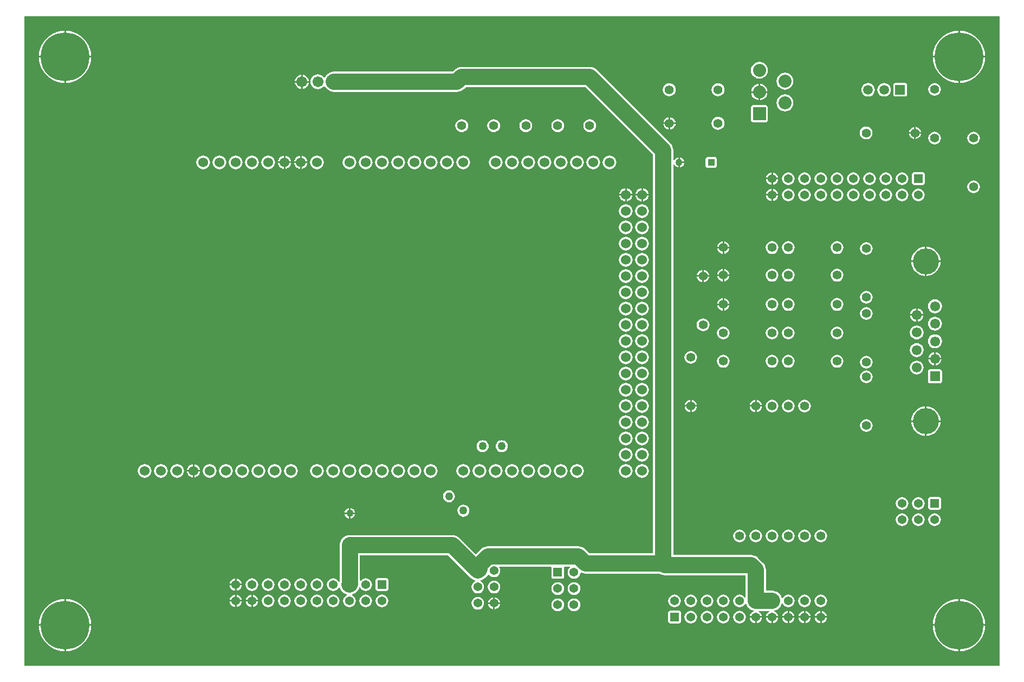
<source format=gbr>
G04 Layer_Physical_Order=3*
G04 Layer_Color=16440176*
%FSLAX23Y23*%
%MOIN*%
%TF.FileFunction,Copper,L3,Inr,Signal*%
%TF.Part,Single*%
G01*
G75*
%TA.AperFunction,ViaPad*%
%ADD12C,0.300*%
%TA.AperFunction,ComponentPad*%
%ADD13C,0.055*%
%ADD14C,0.043*%
%ADD15R,0.043X0.043*%
%ADD16C,0.054*%
%ADD17R,0.054X0.054*%
%ADD18R,0.054X0.054*%
%ADD19R,0.067X0.067*%
%ADD20C,0.067*%
%ADD21R,0.043X0.043*%
%ADD22C,0.060*%
%ADD23C,0.061*%
%ADD24C,0.160*%
%ADD25R,0.061X0.061*%
%ADD26C,0.080*%
%ADD27R,0.080X0.080*%
%ADD28C,0.059*%
%ADD29R,0.059X0.059*%
%TA.AperFunction,ViaPad*%
%ADD30C,0.050*%
%TA.AperFunction,Conductor*%
%ADD31C,0.100*%
G36*
X7000Y1000D02*
X1000D01*
Y5000D01*
X7000D01*
Y1000D01*
D02*
G37*
%LPC*%
G36*
X4400Y2242D02*
X4389Y2241D01*
X4379Y2237D01*
X4370Y2230D01*
X4363Y2221D01*
X4359Y2211D01*
X4358Y2200D01*
X4359Y2189D01*
X4363Y2179D01*
X4370Y2170D01*
X4379Y2163D01*
X4389Y2159D01*
X4400Y2158D01*
X4411Y2159D01*
X4421Y2163D01*
X4430Y2170D01*
X4437Y2179D01*
X4441Y2189D01*
X4442Y2200D01*
X4441Y2211D01*
X4437Y2221D01*
X4430Y2230D01*
X4421Y2237D01*
X4411Y2241D01*
X4400Y2242D01*
D02*
G37*
G36*
X4300D02*
X4289Y2241D01*
X4279Y2237D01*
X4270Y2230D01*
X4263Y2221D01*
X4259Y2211D01*
X4258Y2200D01*
X4259Y2189D01*
X4263Y2179D01*
X4270Y2170D01*
X4279Y2163D01*
X4289Y2159D01*
X4300Y2158D01*
X4311Y2159D01*
X4321Y2163D01*
X4330Y2170D01*
X4337Y2179D01*
X4341Y2189D01*
X4342Y2200D01*
X4341Y2211D01*
X4337Y2221D01*
X4330Y2230D01*
X4321Y2237D01*
X4311Y2241D01*
X4300Y2242D01*
D02*
G37*
G36*
X4700D02*
X4689Y2241D01*
X4679Y2237D01*
X4670Y2230D01*
X4663Y2221D01*
X4659Y2211D01*
X4658Y2200D01*
X4659Y2189D01*
X4663Y2179D01*
X4670Y2170D01*
X4679Y2163D01*
X4689Y2159D01*
X4700Y2158D01*
X4711Y2159D01*
X4721Y2163D01*
X4730Y2170D01*
X4737Y2179D01*
X4741Y2189D01*
X4742Y2200D01*
X4741Y2211D01*
X4737Y2221D01*
X4730Y2230D01*
X4721Y2237D01*
X4711Y2241D01*
X4700Y2242D01*
D02*
G37*
G36*
X2035Y2195D02*
X2000D01*
X2001Y2190D01*
X2005Y2180D01*
X2011Y2171D01*
X2020Y2165D01*
X2030Y2161D01*
X2035Y2160D01*
Y2195D01*
D02*
G37*
G36*
X4800Y2242D02*
X4789Y2241D01*
X4779Y2237D01*
X4770Y2230D01*
X4763Y2221D01*
X4759Y2211D01*
X4758Y2200D01*
X4759Y2189D01*
X4763Y2179D01*
X4770Y2170D01*
X4779Y2163D01*
X4789Y2159D01*
X4800Y2158D01*
X4811Y2159D01*
X4821Y2163D01*
X4830Y2170D01*
X4837Y2179D01*
X4841Y2189D01*
X4842Y2200D01*
X4841Y2211D01*
X4837Y2221D01*
X4830Y2230D01*
X4821Y2237D01*
X4811Y2241D01*
X4800Y2242D01*
D02*
G37*
G36*
X3900D02*
X3889Y2241D01*
X3879Y2237D01*
X3870Y2230D01*
X3863Y2221D01*
X3859Y2211D01*
X3858Y2200D01*
X3859Y2189D01*
X3863Y2179D01*
X3870Y2170D01*
X3879Y2163D01*
X3889Y2159D01*
X3900Y2158D01*
X3911Y2159D01*
X3921Y2163D01*
X3930Y2170D01*
X3937Y2179D01*
X3941Y2189D01*
X3942Y2200D01*
X3941Y2211D01*
X3937Y2221D01*
X3930Y2230D01*
X3921Y2237D01*
X3911Y2241D01*
X3900Y2242D01*
D02*
G37*
G36*
X3800D02*
X3789Y2241D01*
X3779Y2237D01*
X3770Y2230D01*
X3763Y2221D01*
X3759Y2211D01*
X3758Y2200D01*
X3759Y2189D01*
X3763Y2179D01*
X3770Y2170D01*
X3779Y2163D01*
X3789Y2159D01*
X3800Y2158D01*
X3811Y2159D01*
X3821Y2163D01*
X3830Y2170D01*
X3837Y2179D01*
X3841Y2189D01*
X3842Y2200D01*
X3841Y2211D01*
X3837Y2221D01*
X3830Y2230D01*
X3821Y2237D01*
X3811Y2241D01*
X3800Y2242D01*
D02*
G37*
G36*
X4000D02*
X3989Y2241D01*
X3979Y2237D01*
X3970Y2230D01*
X3963Y2221D01*
X3959Y2211D01*
X3958Y2200D01*
X3959Y2189D01*
X3963Y2179D01*
X3970Y2170D01*
X3979Y2163D01*
X3989Y2159D01*
X4000Y2158D01*
X4011Y2159D01*
X4021Y2163D01*
X4030Y2170D01*
X4037Y2179D01*
X4041Y2189D01*
X4042Y2200D01*
X4041Y2211D01*
X4037Y2221D01*
X4030Y2230D01*
X4021Y2237D01*
X4011Y2241D01*
X4000Y2242D01*
D02*
G37*
G36*
X4200D02*
X4189Y2241D01*
X4179Y2237D01*
X4170Y2230D01*
X4163Y2221D01*
X4159Y2211D01*
X4158Y2200D01*
X4159Y2189D01*
X4163Y2179D01*
X4170Y2170D01*
X4179Y2163D01*
X4189Y2159D01*
X4200Y2158D01*
X4211Y2159D01*
X4221Y2163D01*
X4230Y2170D01*
X4237Y2179D01*
X4241Y2189D01*
X4242Y2200D01*
X4241Y2211D01*
X4237Y2221D01*
X4230Y2230D01*
X4221Y2237D01*
X4211Y2241D01*
X4200Y2242D01*
D02*
G37*
G36*
X4100D02*
X4089Y2241D01*
X4079Y2237D01*
X4070Y2230D01*
X4063Y2221D01*
X4059Y2211D01*
X4058Y2200D01*
X4059Y2189D01*
X4063Y2179D01*
X4070Y2170D01*
X4079Y2163D01*
X4089Y2159D01*
X4100Y2158D01*
X4111Y2159D01*
X4121Y2163D01*
X4130Y2170D01*
X4137Y2179D01*
X4141Y2189D01*
X4142Y2200D01*
X4141Y2211D01*
X4137Y2221D01*
X4130Y2230D01*
X4121Y2237D01*
X4111Y2241D01*
X4100Y2242D01*
D02*
G37*
G36*
X2080Y2195D02*
X2045D01*
Y2160D01*
X2050Y2161D01*
X2060Y2165D01*
X2069Y2171D01*
X2075Y2180D01*
X2079Y2190D01*
X2080Y2195D01*
D02*
G37*
G36*
X4700Y2442D02*
X4689Y2441D01*
X4679Y2437D01*
X4670Y2430D01*
X4663Y2421D01*
X4659Y2411D01*
X4658Y2400D01*
X4659Y2389D01*
X4663Y2379D01*
X4670Y2370D01*
X4679Y2363D01*
X4689Y2359D01*
X4700Y2358D01*
X4711Y2359D01*
X4721Y2363D01*
X4730Y2370D01*
X4737Y2379D01*
X4741Y2389D01*
X4742Y2400D01*
X4741Y2411D01*
X4737Y2421D01*
X4730Y2430D01*
X4721Y2437D01*
X4711Y2441D01*
X4700Y2442D01*
D02*
G37*
G36*
X3937Y2389D02*
X3927Y2388D01*
X3918Y2385D01*
X3911Y2379D01*
X3905Y2371D01*
X3901Y2362D01*
X3900Y2352D01*
X3901Y2343D01*
X3905Y2334D01*
X3911Y2326D01*
X3918Y2320D01*
X3927Y2316D01*
X3937Y2315D01*
X3947Y2316D01*
X3956Y2320D01*
X3963Y2326D01*
X3969Y2334D01*
X3973Y2343D01*
X3974Y2352D01*
X3973Y2362D01*
X3969Y2371D01*
X3963Y2379D01*
X3956Y2385D01*
X3947Y2388D01*
X3937Y2389D01*
D02*
G37*
G36*
X4800Y2442D02*
X4789Y2441D01*
X4779Y2437D01*
X4770Y2430D01*
X4763Y2421D01*
X4759Y2411D01*
X4758Y2400D01*
X4759Y2389D01*
X4763Y2379D01*
X4770Y2370D01*
X4779Y2363D01*
X4789Y2359D01*
X4800Y2358D01*
X4811Y2359D01*
X4821Y2363D01*
X4830Y2370D01*
X4837Y2379D01*
X4841Y2389D01*
X4842Y2400D01*
X4841Y2411D01*
X4837Y2421D01*
X4830Y2430D01*
X4821Y2437D01*
X4811Y2441D01*
X4800Y2442D01*
D02*
G37*
G36*
X6636Y2501D02*
X6551D01*
Y2416D01*
X6564Y2418D01*
X6581Y2423D01*
X6596Y2431D01*
X6610Y2442D01*
X6621Y2456D01*
X6629Y2472D01*
X6635Y2489D01*
X6636Y2501D01*
D02*
G37*
G36*
X6541D02*
X6456D01*
X6457Y2489D01*
X6462Y2472D01*
X6471Y2456D01*
X6482Y2442D01*
X6496Y2431D01*
X6511Y2423D01*
X6528Y2418D01*
X6541Y2416D01*
Y2501D01*
D02*
G37*
G36*
X2045Y2240D02*
Y2205D01*
X2080D01*
X2079Y2210D01*
X2075Y2220D01*
X2069Y2229D01*
X2060Y2235D01*
X2050Y2239D01*
X2045Y2240D01*
D02*
G37*
G36*
X2035D02*
X2030Y2239D01*
X2020Y2235D01*
X2011Y2229D01*
X2005Y2220D01*
X2001Y2210D01*
X2000Y2205D01*
X2035D01*
Y2240D01*
D02*
G37*
G36*
X4700Y2342D02*
X4689Y2341D01*
X4679Y2337D01*
X4670Y2330D01*
X4663Y2321D01*
X4659Y2311D01*
X4658Y2300D01*
X4659Y2289D01*
X4663Y2279D01*
X4670Y2270D01*
X4679Y2263D01*
X4689Y2259D01*
X4700Y2258D01*
X4711Y2259D01*
X4721Y2263D01*
X4730Y2270D01*
X4737Y2279D01*
X4741Y2289D01*
X4742Y2300D01*
X4741Y2311D01*
X4737Y2321D01*
X4730Y2330D01*
X4721Y2337D01*
X4711Y2341D01*
X4700Y2342D01*
D02*
G37*
G36*
X3819Y2389D02*
X3809Y2388D01*
X3800Y2385D01*
X3793Y2379D01*
X3787Y2371D01*
X3783Y2362D01*
X3782Y2352D01*
X3783Y2343D01*
X3787Y2334D01*
X3793Y2326D01*
X3800Y2320D01*
X3809Y2316D01*
X3819Y2315D01*
X3829Y2316D01*
X3837Y2320D01*
X3845Y2326D01*
X3851Y2334D01*
X3855Y2343D01*
X3856Y2352D01*
X3855Y2362D01*
X3851Y2371D01*
X3845Y2379D01*
X3837Y2385D01*
X3829Y2388D01*
X3819Y2389D01*
D02*
G37*
G36*
X4800Y2342D02*
X4789Y2341D01*
X4779Y2337D01*
X4770Y2330D01*
X4763Y2321D01*
X4759Y2311D01*
X4758Y2300D01*
X4759Y2289D01*
X4763Y2279D01*
X4770Y2270D01*
X4779Y2263D01*
X4789Y2259D01*
X4800Y2258D01*
X4811Y2259D01*
X4821Y2263D01*
X4830Y2270D01*
X4837Y2279D01*
X4841Y2289D01*
X4842Y2300D01*
X4841Y2311D01*
X4837Y2321D01*
X4830Y2330D01*
X4821Y2337D01*
X4811Y2341D01*
X4800Y2342D01*
D02*
G37*
G36*
X2140Y2242D02*
X2129Y2241D01*
X2119Y2237D01*
X2110Y2230D01*
X2103Y2221D01*
X2099Y2211D01*
X2098Y2200D01*
X2099Y2189D01*
X2103Y2179D01*
X2110Y2170D01*
X2119Y2163D01*
X2129Y2159D01*
X2140Y2158D01*
X2151Y2159D01*
X2161Y2163D01*
X2170Y2170D01*
X2177Y2179D01*
X2181Y2189D01*
X2182Y2200D01*
X2181Y2211D01*
X2177Y2221D01*
X2170Y2230D01*
X2161Y2237D01*
X2151Y2241D01*
X2140Y2242D01*
D02*
G37*
G36*
X1940D02*
X1929Y2241D01*
X1919Y2237D01*
X1910Y2230D01*
X1903Y2221D01*
X1899Y2211D01*
X1898Y2200D01*
X1899Y2189D01*
X1903Y2179D01*
X1910Y2170D01*
X1919Y2163D01*
X1929Y2159D01*
X1940Y2158D01*
X1951Y2159D01*
X1961Y2163D01*
X1970Y2170D01*
X1977Y2179D01*
X1981Y2189D01*
X1982Y2200D01*
X1981Y2211D01*
X1977Y2221D01*
X1970Y2230D01*
X1961Y2237D01*
X1951Y2241D01*
X1940Y2242D01*
D02*
G37*
G36*
X2240D02*
X2229Y2241D01*
X2219Y2237D01*
X2210Y2230D01*
X2203Y2221D01*
X2199Y2211D01*
X2198Y2200D01*
X2199Y2189D01*
X2203Y2179D01*
X2210Y2170D01*
X2219Y2163D01*
X2229Y2159D01*
X2240Y2158D01*
X2251Y2159D01*
X2261Y2163D01*
X2270Y2170D01*
X2277Y2179D01*
X2281Y2189D01*
X2282Y2200D01*
X2281Y2211D01*
X2277Y2221D01*
X2270Y2230D01*
X2261Y2237D01*
X2251Y2241D01*
X2240Y2242D01*
D02*
G37*
G36*
X2440D02*
X2429Y2241D01*
X2419Y2237D01*
X2410Y2230D01*
X2403Y2221D01*
X2399Y2211D01*
X2398Y2200D01*
X2399Y2189D01*
X2403Y2179D01*
X2410Y2170D01*
X2419Y2163D01*
X2429Y2159D01*
X2440Y2158D01*
X2451Y2159D01*
X2461Y2163D01*
X2470Y2170D01*
X2477Y2179D01*
X2481Y2189D01*
X2482Y2200D01*
X2481Y2211D01*
X2477Y2221D01*
X2470Y2230D01*
X2461Y2237D01*
X2451Y2241D01*
X2440Y2242D01*
D02*
G37*
G36*
X2340D02*
X2329Y2241D01*
X2319Y2237D01*
X2310Y2230D01*
X2303Y2221D01*
X2299Y2211D01*
X2298Y2200D01*
X2299Y2189D01*
X2303Y2179D01*
X2310Y2170D01*
X2319Y2163D01*
X2329Y2159D01*
X2340Y2158D01*
X2351Y2159D01*
X2361Y2163D01*
X2370Y2170D01*
X2377Y2179D01*
X2381Y2189D01*
X2382Y2200D01*
X2381Y2211D01*
X2377Y2221D01*
X2370Y2230D01*
X2361Y2237D01*
X2351Y2241D01*
X2340Y2242D01*
D02*
G37*
G36*
X6627Y2039D02*
X6573D01*
X6568Y2038D01*
X6565Y2035D01*
X6562Y2032D01*
X6561Y2027D01*
Y1973D01*
X6562Y1968D01*
X6565Y1965D01*
X6568Y1962D01*
X6573Y1961D01*
X6627D01*
X6632Y1962D01*
X6635Y1965D01*
X6638Y1968D01*
X6639Y1973D01*
Y2027D01*
X6638Y2032D01*
X6635Y2035D01*
X6632Y2038D01*
X6627Y2039D01*
D02*
G37*
G36*
X6500Y2039D02*
X6490Y2038D01*
X6480Y2034D01*
X6472Y2028D01*
X6466Y2020D01*
X6462Y2010D01*
X6461Y2000D01*
X6462Y1990D01*
X6466Y1980D01*
X6472Y1972D01*
X6480Y1966D01*
X6490Y1962D01*
X6500Y1961D01*
X6510Y1962D01*
X6520Y1966D01*
X6528Y1972D01*
X6534Y1980D01*
X6538Y1990D01*
X6539Y2000D01*
X6538Y2010D01*
X6534Y2020D01*
X6528Y2028D01*
X6520Y2034D01*
X6510Y2038D01*
X6500Y2039D01*
D02*
G37*
G36*
X3612Y2081D02*
X3603Y2080D01*
X3594Y2076D01*
X3586Y2070D01*
X3580Y2063D01*
X3576Y2054D01*
X3575Y2044D01*
X3576Y2034D01*
X3580Y2026D01*
X3586Y2018D01*
X3594Y2012D01*
X3603Y2008D01*
X3612Y2007D01*
X3622Y2008D01*
X3631Y2012D01*
X3638Y2018D01*
X3644Y2026D01*
X3648Y2034D01*
X3649Y2044D01*
X3648Y2054D01*
X3644Y2063D01*
X3638Y2070D01*
X3631Y2076D01*
X3622Y2080D01*
X3612Y2081D01*
D02*
G37*
G36*
X1840Y2242D02*
X1829Y2241D01*
X1819Y2237D01*
X1810Y2230D01*
X1803Y2221D01*
X1799Y2211D01*
X1798Y2200D01*
X1799Y2189D01*
X1803Y2179D01*
X1810Y2170D01*
X1819Y2163D01*
X1829Y2159D01*
X1840Y2158D01*
X1851Y2159D01*
X1861Y2163D01*
X1870Y2170D01*
X1877Y2179D01*
X1881Y2189D01*
X1882Y2200D01*
X1881Y2211D01*
X1877Y2221D01*
X1870Y2230D01*
X1861Y2237D01*
X1851Y2241D01*
X1840Y2242D01*
D02*
G37*
G36*
X1740D02*
X1729Y2241D01*
X1719Y2237D01*
X1710Y2230D01*
X1703Y2221D01*
X1699Y2211D01*
X1698Y2200D01*
X1699Y2189D01*
X1703Y2179D01*
X1710Y2170D01*
X1719Y2163D01*
X1729Y2159D01*
X1740Y2158D01*
X1751Y2159D01*
X1761Y2163D01*
X1770Y2170D01*
X1777Y2179D01*
X1781Y2189D01*
X1782Y2200D01*
X1781Y2211D01*
X1777Y2221D01*
X1770Y2230D01*
X1761Y2237D01*
X1751Y2241D01*
X1740Y2242D01*
D02*
G37*
G36*
X2540D02*
X2529Y2241D01*
X2519Y2237D01*
X2510Y2230D01*
X2503Y2221D01*
X2499Y2211D01*
X2498Y2200D01*
X2499Y2189D01*
X2503Y2179D01*
X2510Y2170D01*
X2519Y2163D01*
X2529Y2159D01*
X2540Y2158D01*
X2551Y2159D01*
X2561Y2163D01*
X2570Y2170D01*
X2577Y2179D01*
X2581Y2189D01*
X2582Y2200D01*
X2581Y2211D01*
X2577Y2221D01*
X2570Y2230D01*
X2561Y2237D01*
X2551Y2241D01*
X2540Y2242D01*
D02*
G37*
G36*
X3300D02*
X3289Y2241D01*
X3279Y2237D01*
X3270Y2230D01*
X3263Y2221D01*
X3259Y2211D01*
X3258Y2200D01*
X3259Y2189D01*
X3263Y2179D01*
X3270Y2170D01*
X3279Y2163D01*
X3289Y2159D01*
X3300Y2158D01*
X3311Y2159D01*
X3321Y2163D01*
X3330Y2170D01*
X3337Y2179D01*
X3341Y2189D01*
X3342Y2200D01*
X3341Y2211D01*
X3337Y2221D01*
X3330Y2230D01*
X3321Y2237D01*
X3311Y2241D01*
X3300Y2242D01*
D02*
G37*
G36*
X3200D02*
X3189Y2241D01*
X3179Y2237D01*
X3170Y2230D01*
X3163Y2221D01*
X3159Y2211D01*
X3158Y2200D01*
X3159Y2189D01*
X3163Y2179D01*
X3170Y2170D01*
X3179Y2163D01*
X3189Y2159D01*
X3200Y2158D01*
X3211Y2159D01*
X3221Y2163D01*
X3230Y2170D01*
X3237Y2179D01*
X3241Y2189D01*
X3242Y2200D01*
X3241Y2211D01*
X3237Y2221D01*
X3230Y2230D01*
X3221Y2237D01*
X3211Y2241D01*
X3200Y2242D01*
D02*
G37*
G36*
X3400D02*
X3389Y2241D01*
X3379Y2237D01*
X3370Y2230D01*
X3363Y2221D01*
X3359Y2211D01*
X3358Y2200D01*
X3359Y2189D01*
X3363Y2179D01*
X3370Y2170D01*
X3379Y2163D01*
X3389Y2159D01*
X3400Y2158D01*
X3411Y2159D01*
X3421Y2163D01*
X3430Y2170D01*
X3437Y2179D01*
X3441Y2189D01*
X3442Y2200D01*
X3441Y2211D01*
X3437Y2221D01*
X3430Y2230D01*
X3421Y2237D01*
X3411Y2241D01*
X3400Y2242D01*
D02*
G37*
G36*
X3700D02*
X3689Y2241D01*
X3679Y2237D01*
X3670Y2230D01*
X3663Y2221D01*
X3659Y2211D01*
X3658Y2200D01*
X3659Y2189D01*
X3663Y2179D01*
X3670Y2170D01*
X3679Y2163D01*
X3689Y2159D01*
X3700Y2158D01*
X3711Y2159D01*
X3721Y2163D01*
X3730Y2170D01*
X3737Y2179D01*
X3741Y2189D01*
X3742Y2200D01*
X3741Y2211D01*
X3737Y2221D01*
X3730Y2230D01*
X3721Y2237D01*
X3711Y2241D01*
X3700Y2242D01*
D02*
G37*
G36*
X3500D02*
X3489Y2241D01*
X3479Y2237D01*
X3470Y2230D01*
X3463Y2221D01*
X3459Y2211D01*
X3458Y2200D01*
X3459Y2189D01*
X3463Y2179D01*
X3470Y2170D01*
X3479Y2163D01*
X3489Y2159D01*
X3500Y2158D01*
X3511Y2159D01*
X3521Y2163D01*
X3530Y2170D01*
X3537Y2179D01*
X3541Y2189D01*
X3542Y2200D01*
X3541Y2211D01*
X3537Y2221D01*
X3530Y2230D01*
X3521Y2237D01*
X3511Y2241D01*
X3500Y2242D01*
D02*
G37*
G36*
X2800D02*
X2789Y2241D01*
X2779Y2237D01*
X2770Y2230D01*
X2763Y2221D01*
X2759Y2211D01*
X2758Y2200D01*
X2759Y2189D01*
X2763Y2179D01*
X2770Y2170D01*
X2779Y2163D01*
X2789Y2159D01*
X2800Y2158D01*
X2811Y2159D01*
X2821Y2163D01*
X2830Y2170D01*
X2837Y2179D01*
X2841Y2189D01*
X2842Y2200D01*
X2841Y2211D01*
X2837Y2221D01*
X2830Y2230D01*
X2821Y2237D01*
X2811Y2241D01*
X2800Y2242D01*
D02*
G37*
G36*
X2640D02*
X2629Y2241D01*
X2619Y2237D01*
X2610Y2230D01*
X2603Y2221D01*
X2599Y2211D01*
X2598Y2200D01*
X2599Y2189D01*
X2603Y2179D01*
X2610Y2170D01*
X2619Y2163D01*
X2629Y2159D01*
X2640Y2158D01*
X2651Y2159D01*
X2661Y2163D01*
X2670Y2170D01*
X2677Y2179D01*
X2681Y2189D01*
X2682Y2200D01*
X2681Y2211D01*
X2677Y2221D01*
X2670Y2230D01*
X2661Y2237D01*
X2651Y2241D01*
X2640Y2242D01*
D02*
G37*
G36*
X2900D02*
X2889Y2241D01*
X2879Y2237D01*
X2870Y2230D01*
X2863Y2221D01*
X2859Y2211D01*
X2858Y2200D01*
X2859Y2189D01*
X2863Y2179D01*
X2870Y2170D01*
X2879Y2163D01*
X2889Y2159D01*
X2900Y2158D01*
X2911Y2159D01*
X2921Y2163D01*
X2930Y2170D01*
X2937Y2179D01*
X2941Y2189D01*
X2942Y2200D01*
X2941Y2211D01*
X2937Y2221D01*
X2930Y2230D01*
X2921Y2237D01*
X2911Y2241D01*
X2900Y2242D01*
D02*
G37*
G36*
X3100D02*
X3089Y2241D01*
X3079Y2237D01*
X3070Y2230D01*
X3063Y2221D01*
X3059Y2211D01*
X3058Y2200D01*
X3059Y2189D01*
X3063Y2179D01*
X3070Y2170D01*
X3079Y2163D01*
X3089Y2159D01*
X3100Y2158D01*
X3111Y2159D01*
X3121Y2163D01*
X3130Y2170D01*
X3137Y2179D01*
X3141Y2189D01*
X3142Y2200D01*
X3141Y2211D01*
X3137Y2221D01*
X3130Y2230D01*
X3121Y2237D01*
X3111Y2241D01*
X3100Y2242D01*
D02*
G37*
G36*
X3000D02*
X2989Y2241D01*
X2979Y2237D01*
X2970Y2230D01*
X2963Y2221D01*
X2959Y2211D01*
X2958Y2200D01*
X2959Y2189D01*
X2963Y2179D01*
X2970Y2170D01*
X2979Y2163D01*
X2989Y2159D01*
X3000Y2158D01*
X3011Y2159D01*
X3021Y2163D01*
X3030Y2170D01*
X3037Y2179D01*
X3041Y2189D01*
X3042Y2200D01*
X3041Y2211D01*
X3037Y2221D01*
X3030Y2230D01*
X3021Y2237D01*
X3011Y2241D01*
X3000Y2242D01*
D02*
G37*
G36*
X5600Y2915D02*
X5590Y2913D01*
X5580Y2909D01*
X5572Y2903D01*
X5566Y2895D01*
X5562Y2885D01*
X5560Y2875D01*
X5562Y2865D01*
X5566Y2855D01*
X5572Y2847D01*
X5580Y2841D01*
X5590Y2837D01*
X5600Y2835D01*
X5610Y2837D01*
X5620Y2841D01*
X5628Y2847D01*
X5634Y2855D01*
X5638Y2865D01*
X5640Y2875D01*
X5638Y2885D01*
X5634Y2895D01*
X5628Y2903D01*
X5620Y2909D01*
X5610Y2913D01*
X5600Y2915D01*
D02*
G37*
G36*
X5300D02*
X5290Y2913D01*
X5280Y2909D01*
X5272Y2903D01*
X5266Y2895D01*
X5262Y2885D01*
X5260Y2875D01*
X5262Y2865D01*
X5266Y2855D01*
X5272Y2847D01*
X5280Y2841D01*
X5290Y2837D01*
X5300Y2835D01*
X5310Y2837D01*
X5320Y2841D01*
X5328Y2847D01*
X5334Y2855D01*
X5338Y2865D01*
X5340Y2875D01*
X5338Y2885D01*
X5334Y2895D01*
X5328Y2903D01*
X5320Y2909D01*
X5310Y2913D01*
X5300Y2915D01*
D02*
G37*
G36*
X5700D02*
X5690Y2913D01*
X5680Y2909D01*
X5672Y2903D01*
X5666Y2895D01*
X5662Y2885D01*
X5660Y2875D01*
X5662Y2865D01*
X5666Y2855D01*
X5672Y2847D01*
X5680Y2841D01*
X5690Y2837D01*
X5700Y2835D01*
X5710Y2837D01*
X5720Y2841D01*
X5728Y2847D01*
X5734Y2855D01*
X5738Y2865D01*
X5740Y2875D01*
X5738Y2885D01*
X5734Y2895D01*
X5728Y2903D01*
X5720Y2909D01*
X5710Y2913D01*
X5700Y2915D01*
D02*
G37*
G36*
X6597Y2885D02*
X6561D01*
X6562Y2880D01*
X6566Y2870D01*
X6573Y2861D01*
X6581Y2855D01*
X6591Y2851D01*
X6597Y2850D01*
Y2885D01*
D02*
G37*
G36*
X6000Y2915D02*
X5990Y2913D01*
X5980Y2909D01*
X5972Y2903D01*
X5966Y2895D01*
X5962Y2885D01*
X5960Y2875D01*
X5962Y2865D01*
X5966Y2855D01*
X5972Y2847D01*
X5980Y2841D01*
X5990Y2837D01*
X6000Y2835D01*
X6010Y2837D01*
X6020Y2841D01*
X6028Y2847D01*
X6034Y2855D01*
X6038Y2865D01*
X6040Y2875D01*
X6038Y2885D01*
X6034Y2895D01*
X6028Y2903D01*
X6020Y2909D01*
X6010Y2913D01*
X6000Y2915D01*
D02*
G37*
G36*
X4700Y2842D02*
X4689Y2841D01*
X4679Y2837D01*
X4670Y2830D01*
X4663Y2821D01*
X4659Y2811D01*
X4658Y2800D01*
X4659Y2789D01*
X4663Y2779D01*
X4670Y2770D01*
X4679Y2763D01*
X4689Y2759D01*
X4700Y2758D01*
X4711Y2759D01*
X4721Y2763D01*
X4730Y2770D01*
X4737Y2779D01*
X4741Y2789D01*
X4742Y2800D01*
X4741Y2811D01*
X4737Y2821D01*
X4730Y2830D01*
X4721Y2837D01*
X4711Y2841D01*
X4700Y2842D01*
D02*
G37*
G36*
X6180Y2820D02*
X6170Y2818D01*
X6160Y2814D01*
X6152Y2808D01*
X6146Y2800D01*
X6142Y2790D01*
X6140Y2780D01*
X6142Y2770D01*
X6146Y2760D01*
X6152Y2752D01*
X6160Y2746D01*
X6170Y2742D01*
X6180Y2740D01*
X6190Y2742D01*
X6200Y2746D01*
X6208Y2752D01*
X6214Y2760D01*
X6218Y2770D01*
X6220Y2780D01*
X6218Y2790D01*
X6214Y2800D01*
X6208Y2808D01*
X6200Y2814D01*
X6190Y2818D01*
X6180Y2820D01*
D02*
G37*
G36*
X4800Y2842D02*
X4789Y2841D01*
X4779Y2837D01*
X4770Y2830D01*
X4763Y2821D01*
X4759Y2811D01*
X4758Y2800D01*
X4759Y2789D01*
X4763Y2779D01*
X4770Y2770D01*
X4779Y2763D01*
X4789Y2759D01*
X4800Y2758D01*
X4811Y2759D01*
X4821Y2763D01*
X4830Y2770D01*
X4837Y2779D01*
X4841Y2789D01*
X4842Y2800D01*
X4841Y2811D01*
X4837Y2821D01*
X4830Y2830D01*
X4821Y2837D01*
X4811Y2841D01*
X4800Y2842D01*
D02*
G37*
G36*
X6180Y2910D02*
X6170Y2908D01*
X6160Y2904D01*
X6152Y2898D01*
X6146Y2890D01*
X6142Y2880D01*
X6140Y2870D01*
X6142Y2860D01*
X6146Y2850D01*
X6152Y2842D01*
X6160Y2836D01*
X6170Y2832D01*
X6180Y2830D01*
X6190Y2832D01*
X6200Y2836D01*
X6208Y2842D01*
X6214Y2850D01*
X6218Y2860D01*
X6220Y2870D01*
X6218Y2880D01*
X6214Y2890D01*
X6208Y2898D01*
X6200Y2904D01*
X6190Y2908D01*
X6180Y2910D01*
D02*
G37*
G36*
X6490Y2879D02*
X6479Y2878D01*
X6469Y2874D01*
X6460Y2867D01*
X6453Y2858D01*
X6449Y2847D01*
X6447Y2836D01*
X6449Y2825D01*
X6453Y2815D01*
X6460Y2806D01*
X6469Y2799D01*
X6479Y2795D01*
X6490Y2793D01*
X6501Y2795D01*
X6511Y2799D01*
X6520Y2806D01*
X6527Y2815D01*
X6531Y2825D01*
X6533Y2836D01*
X6531Y2847D01*
X6527Y2858D01*
X6520Y2867D01*
X6511Y2874D01*
X6501Y2878D01*
X6490Y2879D01*
D02*
G37*
G36*
X6642Y2885D02*
X6607D01*
Y2850D01*
X6612Y2851D01*
X6622Y2855D01*
X6631Y2861D01*
X6637Y2870D01*
X6641Y2880D01*
X6642Y2885D01*
D02*
G37*
G36*
X6602Y3041D02*
X6591Y3040D01*
X6580Y3035D01*
X6571Y3029D01*
X6565Y3020D01*
X6560Y3009D01*
X6559Y2998D01*
X6560Y2987D01*
X6565Y2977D01*
X6571Y2968D01*
X6580Y2961D01*
X6591Y2957D01*
X6602Y2955D01*
X6613Y2957D01*
X6623Y2961D01*
X6632Y2968D01*
X6639Y2977D01*
X6643Y2987D01*
X6645Y2998D01*
X6643Y3009D01*
X6639Y3020D01*
X6632Y3029D01*
X6623Y3035D01*
X6613Y3040D01*
X6602Y3041D01*
D02*
G37*
G36*
X6490Y2987D02*
X6479Y2986D01*
X6469Y2981D01*
X6460Y2975D01*
X6453Y2966D01*
X6449Y2955D01*
X6447Y2944D01*
X6449Y2933D01*
X6453Y2923D01*
X6460Y2914D01*
X6469Y2907D01*
X6479Y2903D01*
X6490Y2901D01*
X6501Y2903D01*
X6511Y2907D01*
X6520Y2914D01*
X6527Y2923D01*
X6531Y2933D01*
X6533Y2944D01*
X6531Y2955D01*
X6527Y2966D01*
X6520Y2975D01*
X6511Y2981D01*
X6501Y2986D01*
X6490Y2987D01*
D02*
G37*
G36*
X4700Y3042D02*
X4689Y3041D01*
X4679Y3037D01*
X4670Y3030D01*
X4663Y3021D01*
X4659Y3011D01*
X4658Y3000D01*
X4659Y2989D01*
X4663Y2979D01*
X4670Y2970D01*
X4679Y2963D01*
X4689Y2959D01*
X4700Y2958D01*
X4711Y2959D01*
X4721Y2963D01*
X4730Y2970D01*
X4737Y2979D01*
X4741Y2989D01*
X4742Y3000D01*
X4741Y3011D01*
X4737Y3021D01*
X4730Y3030D01*
X4721Y3037D01*
X4711Y3041D01*
X4700Y3042D01*
D02*
G37*
G36*
X6490Y3095D02*
X6479Y3094D01*
X6469Y3089D01*
X6460Y3082D01*
X6453Y3074D01*
X6449Y3063D01*
X6447Y3052D01*
X6449Y3041D01*
X6453Y3031D01*
X6460Y3022D01*
X6469Y3015D01*
X6479Y3011D01*
X6490Y3009D01*
X6501Y3011D01*
X6511Y3015D01*
X6520Y3022D01*
X6527Y3031D01*
X6531Y3041D01*
X6533Y3052D01*
X6531Y3063D01*
X6527Y3074D01*
X6520Y3082D01*
X6511Y3089D01*
X6501Y3094D01*
X6490Y3095D01*
D02*
G37*
G36*
X4800Y3042D02*
X4789Y3041D01*
X4779Y3037D01*
X4770Y3030D01*
X4763Y3021D01*
X4759Y3011D01*
X4758Y3000D01*
X4759Y2989D01*
X4763Y2979D01*
X4770Y2970D01*
X4779Y2963D01*
X4789Y2959D01*
X4800Y2958D01*
X4811Y2959D01*
X4821Y2963D01*
X4830Y2970D01*
X4837Y2979D01*
X4841Y2989D01*
X4842Y3000D01*
X4841Y3011D01*
X4837Y3021D01*
X4830Y3030D01*
X4821Y3037D01*
X4811Y3041D01*
X4800Y3042D01*
D02*
G37*
G36*
Y2942D02*
X4789Y2941D01*
X4779Y2937D01*
X4770Y2930D01*
X4763Y2921D01*
X4759Y2911D01*
X4758Y2900D01*
X4759Y2889D01*
X4763Y2879D01*
X4770Y2870D01*
X4779Y2863D01*
X4789Y2859D01*
X4800Y2858D01*
X4811Y2859D01*
X4821Y2863D01*
X4830Y2870D01*
X4837Y2879D01*
X4841Y2889D01*
X4842Y2900D01*
X4841Y2911D01*
X4837Y2921D01*
X4830Y2930D01*
X4821Y2937D01*
X4811Y2941D01*
X4800Y2942D01*
D02*
G37*
G36*
X4700D02*
X4689Y2941D01*
X4679Y2937D01*
X4670Y2930D01*
X4663Y2921D01*
X4659Y2911D01*
X4658Y2900D01*
X4659Y2889D01*
X4663Y2879D01*
X4670Y2870D01*
X4679Y2863D01*
X4689Y2859D01*
X4700Y2858D01*
X4711Y2859D01*
X4721Y2863D01*
X4730Y2870D01*
X4737Y2879D01*
X4741Y2889D01*
X4742Y2900D01*
X4741Y2911D01*
X4737Y2921D01*
X4730Y2930D01*
X4721Y2937D01*
X4711Y2941D01*
X4700Y2942D01*
D02*
G37*
G36*
X5100Y2940D02*
X5090Y2938D01*
X5080Y2934D01*
X5072Y2928D01*
X5066Y2920D01*
X5062Y2910D01*
X5060Y2900D01*
X5062Y2890D01*
X5066Y2880D01*
X5072Y2872D01*
X5080Y2866D01*
X5090Y2862D01*
X5100Y2860D01*
X5110Y2862D01*
X5120Y2866D01*
X5128Y2872D01*
X5134Y2880D01*
X5138Y2890D01*
X5140Y2900D01*
X5138Y2910D01*
X5134Y2920D01*
X5128Y2928D01*
X5120Y2934D01*
X5110Y2938D01*
X5100Y2940D01*
D02*
G37*
G36*
X6607Y2931D02*
Y2895D01*
X6642D01*
X6641Y2901D01*
X6637Y2911D01*
X6631Y2919D01*
X6622Y2926D01*
X6612Y2930D01*
X6607Y2931D01*
D02*
G37*
G36*
X6597Y2931D02*
X6591Y2930D01*
X6581Y2926D01*
X6573Y2919D01*
X6566Y2911D01*
X6562Y2901D01*
X6561Y2895D01*
X6597D01*
Y2931D01*
D02*
G37*
G36*
X4800Y2642D02*
X4789Y2641D01*
X4779Y2637D01*
X4770Y2630D01*
X4763Y2621D01*
X4759Y2611D01*
X4758Y2600D01*
X4759Y2589D01*
X4763Y2579D01*
X4770Y2570D01*
X4779Y2563D01*
X4789Y2559D01*
X4800Y2558D01*
X4811Y2559D01*
X4821Y2563D01*
X4830Y2570D01*
X4837Y2579D01*
X4841Y2589D01*
X4842Y2600D01*
X4841Y2611D01*
X4837Y2621D01*
X4830Y2630D01*
X4821Y2637D01*
X4811Y2641D01*
X4800Y2642D01*
D02*
G37*
G36*
X4700D02*
X4689Y2641D01*
X4679Y2637D01*
X4670Y2630D01*
X4663Y2621D01*
X4659Y2611D01*
X4658Y2600D01*
X4659Y2589D01*
X4663Y2579D01*
X4670Y2570D01*
X4679Y2563D01*
X4689Y2559D01*
X4700Y2558D01*
X4711Y2559D01*
X4721Y2563D01*
X4730Y2570D01*
X4737Y2579D01*
X4741Y2589D01*
X4742Y2600D01*
X4741Y2611D01*
X4737Y2621D01*
X4730Y2630D01*
X4721Y2637D01*
X4711Y2641D01*
X4700Y2642D01*
D02*
G37*
G36*
X5600Y2640D02*
X5590Y2638D01*
X5580Y2634D01*
X5572Y2628D01*
X5566Y2620D01*
X5562Y2610D01*
X5560Y2600D01*
X5562Y2590D01*
X5566Y2580D01*
X5572Y2572D01*
X5580Y2566D01*
X5590Y2562D01*
X5600Y2560D01*
X5610Y2562D01*
X5620Y2566D01*
X5628Y2572D01*
X5634Y2580D01*
X5638Y2590D01*
X5640Y2600D01*
X5638Y2610D01*
X5634Y2620D01*
X5628Y2628D01*
X5620Y2634D01*
X5610Y2638D01*
X5600Y2640D01*
D02*
G37*
G36*
X5800D02*
X5790Y2638D01*
X5780Y2634D01*
X5772Y2628D01*
X5766Y2620D01*
X5762Y2610D01*
X5760Y2600D01*
X5762Y2590D01*
X5766Y2580D01*
X5772Y2572D01*
X5780Y2566D01*
X5790Y2562D01*
X5800Y2560D01*
X5810Y2562D01*
X5820Y2566D01*
X5828Y2572D01*
X5834Y2580D01*
X5838Y2590D01*
X5840Y2600D01*
X5838Y2610D01*
X5834Y2620D01*
X5828Y2628D01*
X5820Y2634D01*
X5810Y2638D01*
X5800Y2640D01*
D02*
G37*
G36*
X5700D02*
X5690Y2638D01*
X5680Y2634D01*
X5672Y2628D01*
X5666Y2620D01*
X5662Y2610D01*
X5660Y2600D01*
X5662Y2590D01*
X5666Y2580D01*
X5672Y2572D01*
X5680Y2566D01*
X5690Y2562D01*
X5700Y2560D01*
X5710Y2562D01*
X5720Y2566D01*
X5728Y2572D01*
X5734Y2580D01*
X5738Y2590D01*
X5740Y2600D01*
X5738Y2610D01*
X5734Y2620D01*
X5728Y2628D01*
X5720Y2634D01*
X5710Y2638D01*
X5700Y2640D01*
D02*
G37*
G36*
X4700Y2542D02*
X4689Y2541D01*
X4679Y2537D01*
X4670Y2530D01*
X4663Y2521D01*
X4659Y2511D01*
X4658Y2500D01*
X4659Y2489D01*
X4663Y2479D01*
X4670Y2470D01*
X4679Y2463D01*
X4689Y2459D01*
X4700Y2458D01*
X4711Y2459D01*
X4721Y2463D01*
X4730Y2470D01*
X4737Y2479D01*
X4741Y2489D01*
X4742Y2500D01*
X4741Y2511D01*
X4737Y2521D01*
X4730Y2530D01*
X4721Y2537D01*
X4711Y2541D01*
X4700Y2542D01*
D02*
G37*
G36*
X6180Y2520D02*
X6170Y2518D01*
X6160Y2514D01*
X6152Y2508D01*
X6146Y2500D01*
X6142Y2490D01*
X6140Y2480D01*
X6142Y2470D01*
X6146Y2460D01*
X6152Y2452D01*
X6160Y2446D01*
X6170Y2442D01*
X6180Y2440D01*
X6190Y2442D01*
X6200Y2446D01*
X6208Y2452D01*
X6214Y2460D01*
X6218Y2470D01*
X6220Y2480D01*
X6218Y2490D01*
X6214Y2500D01*
X6208Y2508D01*
X6200Y2514D01*
X6190Y2518D01*
X6180Y2520D01*
D02*
G37*
G36*
X4800Y2542D02*
X4789Y2541D01*
X4779Y2537D01*
X4770Y2530D01*
X4763Y2521D01*
X4759Y2511D01*
X4758Y2500D01*
X4759Y2489D01*
X4763Y2479D01*
X4770Y2470D01*
X4779Y2463D01*
X4789Y2459D01*
X4800Y2458D01*
X4811Y2459D01*
X4821Y2463D01*
X4830Y2470D01*
X4837Y2479D01*
X4841Y2489D01*
X4842Y2500D01*
X4841Y2511D01*
X4837Y2521D01*
X4830Y2530D01*
X4821Y2537D01*
X4811Y2541D01*
X4800Y2542D01*
D02*
G37*
G36*
X6551Y2596D02*
Y2511D01*
X6636D01*
X6635Y2524D01*
X6629Y2541D01*
X6621Y2557D01*
X6610Y2570D01*
X6596Y2582D01*
X6581Y2590D01*
X6564Y2595D01*
X6551Y2596D01*
D02*
G37*
G36*
X6541D02*
X6528Y2595D01*
X6511Y2590D01*
X6496Y2582D01*
X6482Y2570D01*
X6471Y2557D01*
X6462Y2541D01*
X6457Y2524D01*
X6456Y2511D01*
X6541D01*
Y2596D01*
D02*
G37*
G36*
X5095Y2595D02*
X5063D01*
X5063Y2590D01*
X5067Y2581D01*
X5073Y2573D01*
X5081Y2567D01*
X5090Y2563D01*
X5095Y2563D01*
Y2595D01*
D02*
G37*
G36*
X5505Y2637D02*
Y2605D01*
X5537D01*
X5537Y2610D01*
X5533Y2619D01*
X5527Y2627D01*
X5519Y2633D01*
X5510Y2637D01*
X5505Y2637D01*
D02*
G37*
G36*
X5105D02*
Y2605D01*
X5137D01*
X5137Y2610D01*
X5133Y2619D01*
X5127Y2627D01*
X5119Y2633D01*
X5110Y2637D01*
X5105Y2637D01*
D02*
G37*
G36*
X4700Y2742D02*
X4689Y2741D01*
X4679Y2737D01*
X4670Y2730D01*
X4663Y2721D01*
X4659Y2711D01*
X4658Y2700D01*
X4659Y2689D01*
X4663Y2679D01*
X4670Y2670D01*
X4679Y2663D01*
X4689Y2659D01*
X4700Y2658D01*
X4711Y2659D01*
X4721Y2663D01*
X4730Y2670D01*
X4737Y2679D01*
X4741Y2689D01*
X4742Y2700D01*
X4741Y2711D01*
X4737Y2721D01*
X4730Y2730D01*
X4721Y2737D01*
X4711Y2741D01*
X4700Y2742D01*
D02*
G37*
G36*
X6633Y2825D02*
X6571D01*
X6566Y2824D01*
X6563Y2822D01*
X6560Y2818D01*
X6559Y2813D01*
Y2752D01*
X6560Y2747D01*
X6563Y2743D01*
X6566Y2741D01*
X6571Y2740D01*
X6633D01*
X6637Y2741D01*
X6641Y2743D01*
X6644Y2747D01*
X6645Y2752D01*
Y2813D01*
X6644Y2818D01*
X6641Y2822D01*
X6637Y2824D01*
X6633Y2825D01*
D02*
G37*
G36*
X4800Y2742D02*
X4789Y2741D01*
X4779Y2737D01*
X4770Y2730D01*
X4763Y2721D01*
X4759Y2711D01*
X4758Y2700D01*
X4759Y2689D01*
X4763Y2679D01*
X4770Y2670D01*
X4779Y2663D01*
X4789Y2659D01*
X4800Y2658D01*
X4811Y2659D01*
X4821Y2663D01*
X4830Y2670D01*
X4837Y2679D01*
X4841Y2689D01*
X4842Y2700D01*
X4841Y2711D01*
X4837Y2721D01*
X4830Y2730D01*
X4821Y2737D01*
X4811Y2741D01*
X4800Y2742D01*
D02*
G37*
G36*
X5137Y2595D02*
X5105D01*
Y2563D01*
X5110Y2563D01*
X5119Y2567D01*
X5127Y2573D01*
X5133Y2581D01*
X5137Y2590D01*
X5137Y2595D01*
D02*
G37*
G36*
X5495D02*
X5463D01*
X5463Y2590D01*
X5467Y2581D01*
X5473Y2573D01*
X5481Y2567D01*
X5490Y2563D01*
X5495Y2563D01*
Y2595D01*
D02*
G37*
G36*
X5537D02*
X5505D01*
Y2563D01*
X5510Y2563D01*
X5519Y2567D01*
X5527Y2573D01*
X5533Y2581D01*
X5537Y2590D01*
X5537Y2595D01*
D02*
G37*
G36*
X5495Y2637D02*
X5490Y2637D01*
X5481Y2633D01*
X5473Y2627D01*
X5467Y2619D01*
X5463Y2610D01*
X5463Y2605D01*
X5495D01*
Y2637D01*
D02*
G37*
G36*
X5095D02*
X5090Y2637D01*
X5081Y2633D01*
X5073Y2627D01*
X5067Y2619D01*
X5063Y2610D01*
X5063Y2605D01*
X5095D01*
Y2637D01*
D02*
G37*
G36*
X6400Y2039D02*
X6390Y2038D01*
X6380Y2034D01*
X6372Y2028D01*
X6366Y2020D01*
X6362Y2010D01*
X6361Y2000D01*
X6362Y1990D01*
X6366Y1980D01*
X6372Y1972D01*
X6380Y1966D01*
X6390Y1962D01*
X6400Y1961D01*
X6410Y1962D01*
X6420Y1966D01*
X6428Y1972D01*
X6434Y1980D01*
X6438Y1990D01*
X6439Y2000D01*
X6438Y2010D01*
X6434Y2020D01*
X6428Y2028D01*
X6420Y2034D01*
X6410Y2038D01*
X6400Y2039D01*
D02*
G37*
G36*
X5895Y1337D02*
X5890Y1336D01*
X5881Y1332D01*
X5874Y1326D01*
X5868Y1319D01*
X5864Y1310D01*
X5863Y1305D01*
X5895D01*
Y1337D01*
D02*
G37*
G36*
X5805D02*
Y1305D01*
X5837D01*
X5836Y1310D01*
X5832Y1319D01*
X5826Y1326D01*
X5819Y1332D01*
X5810Y1336D01*
X5805Y1337D01*
D02*
G37*
G36*
X5905D02*
Y1305D01*
X5937D01*
X5936Y1310D01*
X5932Y1319D01*
X5926Y1326D01*
X5919Y1332D01*
X5910Y1336D01*
X5905Y1337D01*
D02*
G37*
G36*
X4381Y1414D02*
X4371Y1413D01*
X4362Y1409D01*
X4354Y1402D01*
X4348Y1394D01*
X4344Y1385D01*
X4342Y1375D01*
X4344Y1365D01*
X4348Y1355D01*
X4354Y1347D01*
X4362Y1341D01*
X4371Y1337D01*
X4381Y1336D01*
X4392Y1337D01*
X4401Y1341D01*
X4409Y1347D01*
X4415Y1355D01*
X4419Y1365D01*
X4421Y1375D01*
X4419Y1385D01*
X4415Y1394D01*
X4409Y1402D01*
X4401Y1409D01*
X4392Y1413D01*
X4381Y1414D01*
D02*
G37*
G36*
X4281D02*
X4271Y1413D01*
X4262Y1409D01*
X4254Y1402D01*
X4248Y1394D01*
X4244Y1385D01*
X4242Y1375D01*
X4244Y1365D01*
X4248Y1355D01*
X4254Y1347D01*
X4262Y1341D01*
X4271Y1337D01*
X4281Y1336D01*
X4292Y1337D01*
X4301Y1341D01*
X4309Y1347D01*
X4315Y1355D01*
X4319Y1365D01*
X4321Y1375D01*
X4319Y1385D01*
X4315Y1394D01*
X4309Y1402D01*
X4301Y1409D01*
X4292Y1413D01*
X4281Y1414D01*
D02*
G37*
G36*
X5937Y1295D02*
X5905D01*
Y1263D01*
X5910Y1264D01*
X5919Y1268D01*
X5926Y1274D01*
X5932Y1281D01*
X5936Y1290D01*
X5937Y1295D01*
D02*
G37*
G36*
X5895D02*
X5863D01*
X5864Y1290D01*
X5868Y1281D01*
X5874Y1274D01*
X5881Y1268D01*
X5890Y1264D01*
X5895Y1263D01*
Y1295D01*
D02*
G37*
G36*
X5695Y1337D02*
X5690Y1336D01*
X5681Y1332D01*
X5674Y1326D01*
X5668Y1319D01*
X5664Y1310D01*
X5663Y1305D01*
X5695D01*
Y1337D01*
D02*
G37*
G36*
X5795D02*
X5790Y1336D01*
X5781Y1332D01*
X5774Y1326D01*
X5768Y1319D01*
X5764Y1310D01*
X5763Y1305D01*
X5795D01*
Y1337D01*
D02*
G37*
G36*
X5705D02*
Y1305D01*
X5737D01*
X5736Y1310D01*
X5732Y1319D01*
X5726Y1326D01*
X5719Y1332D01*
X5710Y1336D01*
X5705Y1337D01*
D02*
G37*
G36*
X3789Y1424D02*
X3779Y1422D01*
X3770Y1419D01*
X3762Y1412D01*
X3755Y1404D01*
X3752Y1395D01*
X3750Y1385D01*
X3752Y1375D01*
X3755Y1365D01*
X3762Y1357D01*
X3770Y1351D01*
X3779Y1347D01*
X3789Y1346D01*
X3799Y1347D01*
X3809Y1351D01*
X3817Y1357D01*
X3823Y1365D01*
X3827Y1375D01*
X3828Y1385D01*
X3827Y1395D01*
X3823Y1404D01*
X3817Y1412D01*
X3809Y1419D01*
X3799Y1422D01*
X3789Y1424D01*
D02*
G37*
G36*
X2900Y1439D02*
X2890Y1438D01*
X2880Y1434D01*
X2872Y1428D01*
X2866Y1420D01*
X2862Y1410D01*
X2861Y1400D01*
X2862Y1390D01*
X2866Y1380D01*
X2872Y1372D01*
X2880Y1366D01*
X2890Y1362D01*
X2900Y1361D01*
X2910Y1362D01*
X2920Y1366D01*
X2928Y1372D01*
X2934Y1380D01*
X2938Y1390D01*
X2939Y1400D01*
X2938Y1410D01*
X2934Y1420D01*
X2928Y1428D01*
X2920Y1434D01*
X2910Y1438D01*
X2900Y1439D01*
D02*
G37*
G36*
X2800D02*
X2790Y1438D01*
X2780Y1434D01*
X2772Y1428D01*
X2766Y1420D01*
X2762Y1410D01*
X2761Y1400D01*
X2762Y1390D01*
X2766Y1380D01*
X2772Y1372D01*
X2780Y1366D01*
X2790Y1362D01*
X2800Y1361D01*
X2810Y1362D01*
X2820Y1366D01*
X2828Y1372D01*
X2834Y1380D01*
X2838Y1390D01*
X2839Y1400D01*
X2838Y1410D01*
X2834Y1420D01*
X2828Y1428D01*
X2820Y1434D01*
X2810Y1438D01*
X2800Y1439D01*
D02*
G37*
G36*
X3100D02*
X3090Y1438D01*
X3080Y1434D01*
X3072Y1428D01*
X3066Y1420D01*
X3062Y1410D01*
X3061Y1400D01*
X3062Y1390D01*
X3066Y1380D01*
X3072Y1372D01*
X3080Y1366D01*
X3090Y1362D01*
X3100Y1361D01*
X3110Y1362D01*
X3120Y1366D01*
X3128Y1372D01*
X3134Y1380D01*
X3138Y1390D01*
X3139Y1400D01*
X3138Y1410D01*
X3134Y1420D01*
X3128Y1428D01*
X3120Y1434D01*
X3110Y1438D01*
X3100Y1439D01*
D02*
G37*
G36*
X5000D02*
X4990Y1438D01*
X4980Y1434D01*
X4972Y1428D01*
X4966Y1420D01*
X4962Y1410D01*
X4961Y1400D01*
X4962Y1390D01*
X4966Y1380D01*
X4972Y1372D01*
X4980Y1366D01*
X4990Y1362D01*
X5000Y1361D01*
X5010Y1362D01*
X5020Y1366D01*
X5028Y1372D01*
X5034Y1380D01*
X5038Y1390D01*
X5039Y1400D01*
X5038Y1410D01*
X5034Y1420D01*
X5028Y1428D01*
X5020Y1434D01*
X5010Y1438D01*
X5000Y1439D01*
D02*
G37*
G36*
X3200D02*
X3190Y1438D01*
X3180Y1434D01*
X3172Y1428D01*
X3166Y1420D01*
X3162Y1410D01*
X3161Y1400D01*
X3162Y1390D01*
X3166Y1380D01*
X3172Y1372D01*
X3180Y1366D01*
X3190Y1362D01*
X3200Y1361D01*
X3210Y1362D01*
X3220Y1366D01*
X3228Y1372D01*
X3234Y1380D01*
X3238Y1390D01*
X3239Y1400D01*
X3238Y1410D01*
X3234Y1420D01*
X3228Y1428D01*
X3220Y1434D01*
X3210Y1438D01*
X3200Y1439D01*
D02*
G37*
G36*
X3884Y1380D02*
X3853D01*
X3853Y1375D01*
X3857Y1366D01*
X3863Y1358D01*
X3871Y1352D01*
X3880Y1349D01*
X3884Y1348D01*
Y1380D01*
D02*
G37*
G36*
X3926D02*
X3894D01*
Y1348D01*
X3899Y1349D01*
X3908Y1352D01*
X3916Y1358D01*
X3922Y1366D01*
X3925Y1375D01*
X3926Y1380D01*
D02*
G37*
G36*
X2500Y1439D02*
X2490Y1438D01*
X2480Y1434D01*
X2472Y1428D01*
X2466Y1420D01*
X2462Y1410D01*
X2461Y1400D01*
X2462Y1390D01*
X2466Y1380D01*
X2472Y1372D01*
X2480Y1366D01*
X2490Y1362D01*
X2500Y1361D01*
X2510Y1362D01*
X2520Y1366D01*
X2528Y1372D01*
X2534Y1380D01*
X2538Y1390D01*
X2539Y1400D01*
X2538Y1410D01*
X2534Y1420D01*
X2528Y1428D01*
X2520Y1434D01*
X2510Y1438D01*
X2500Y1439D01*
D02*
G37*
G36*
X2700D02*
X2690Y1438D01*
X2680Y1434D01*
X2672Y1428D01*
X2666Y1420D01*
X2662Y1410D01*
X2661Y1400D01*
X2662Y1390D01*
X2666Y1380D01*
X2672Y1372D01*
X2680Y1366D01*
X2690Y1362D01*
X2700Y1361D01*
X2710Y1362D01*
X2720Y1366D01*
X2728Y1372D01*
X2734Y1380D01*
X2738Y1390D01*
X2739Y1400D01*
X2738Y1410D01*
X2734Y1420D01*
X2728Y1428D01*
X2720Y1434D01*
X2710Y1438D01*
X2700Y1439D01*
D02*
G37*
G36*
X2600D02*
X2590Y1438D01*
X2580Y1434D01*
X2572Y1428D01*
X2566Y1420D01*
X2562Y1410D01*
X2561Y1400D01*
X2562Y1390D01*
X2566Y1380D01*
X2572Y1372D01*
X2580Y1366D01*
X2590Y1362D01*
X2600Y1361D01*
X2610Y1362D01*
X2620Y1366D01*
X2628Y1372D01*
X2634Y1380D01*
X2638Y1390D01*
X2639Y1400D01*
X2638Y1410D01*
X2634Y1420D01*
X2628Y1428D01*
X2620Y1434D01*
X2610Y1438D01*
X2600Y1439D01*
D02*
G37*
G36*
X6745Y1410D02*
X6725Y1409D01*
X6700Y1403D01*
X6677Y1393D01*
X6656Y1380D01*
X6637Y1363D01*
X6620Y1344D01*
X6607Y1323D01*
X6597Y1300D01*
X6591Y1275D01*
X6590Y1255D01*
X6745D01*
Y1410D01*
D02*
G37*
G36*
X1255D02*
Y1255D01*
X1410D01*
X1409Y1275D01*
X1403Y1300D01*
X1393Y1323D01*
X1380Y1344D01*
X1363Y1363D01*
X1344Y1380D01*
X1323Y1393D01*
X1300Y1403D01*
X1275Y1409D01*
X1255Y1410D01*
D02*
G37*
G36*
X6755D02*
Y1255D01*
X6910D01*
X6909Y1275D01*
X6903Y1300D01*
X6893Y1323D01*
X6880Y1344D01*
X6863Y1363D01*
X6844Y1380D01*
X6823Y1393D01*
X6800Y1403D01*
X6775Y1409D01*
X6755Y1410D01*
D02*
G37*
G36*
X5200Y1339D02*
X5190Y1338D01*
X5180Y1334D01*
X5172Y1328D01*
X5166Y1320D01*
X5162Y1310D01*
X5161Y1300D01*
X5162Y1290D01*
X5166Y1280D01*
X5172Y1272D01*
X5180Y1266D01*
X5190Y1262D01*
X5200Y1261D01*
X5210Y1262D01*
X5220Y1266D01*
X5228Y1272D01*
X5234Y1280D01*
X5238Y1290D01*
X5239Y1300D01*
X5238Y1310D01*
X5234Y1320D01*
X5228Y1328D01*
X5220Y1334D01*
X5210Y1338D01*
X5200Y1339D01*
D02*
G37*
G36*
X5100D02*
X5090Y1338D01*
X5080Y1334D01*
X5072Y1328D01*
X5066Y1320D01*
X5062Y1310D01*
X5061Y1300D01*
X5062Y1290D01*
X5066Y1280D01*
X5072Y1272D01*
X5080Y1266D01*
X5090Y1262D01*
X5100Y1261D01*
X5110Y1262D01*
X5120Y1266D01*
X5128Y1272D01*
X5134Y1280D01*
X5138Y1290D01*
X5139Y1300D01*
X5138Y1310D01*
X5134Y1320D01*
X5128Y1328D01*
X5120Y1334D01*
X5110Y1338D01*
X5100Y1339D01*
D02*
G37*
G36*
X1410Y1245D02*
X1255D01*
Y1090D01*
X1275Y1091D01*
X1300Y1097D01*
X1323Y1107D01*
X1344Y1120D01*
X1363Y1137D01*
X1380Y1156D01*
X1393Y1177D01*
X1403Y1200D01*
X1409Y1225D01*
X1410Y1245D01*
D02*
G37*
G36*
X1245D02*
X1090D01*
X1091Y1225D01*
X1097Y1200D01*
X1107Y1177D01*
X1120Y1156D01*
X1137Y1137D01*
X1156Y1120D01*
X1177Y1107D01*
X1200Y1097D01*
X1225Y1091D01*
X1245Y1090D01*
Y1245D01*
D02*
G37*
G36*
X6745D02*
X6590D01*
X6591Y1225D01*
X6597Y1200D01*
X6607Y1177D01*
X6620Y1156D01*
X6637Y1137D01*
X6656Y1120D01*
X6677Y1107D01*
X6700Y1097D01*
X6725Y1091D01*
X6745Y1090D01*
Y1245D01*
D02*
G37*
G36*
X1245Y1410D02*
X1225Y1409D01*
X1200Y1403D01*
X1177Y1393D01*
X1156Y1380D01*
X1137Y1363D01*
X1120Y1344D01*
X1107Y1323D01*
X1097Y1300D01*
X1091Y1275D01*
X1090Y1255D01*
X1245D01*
Y1410D01*
D02*
G37*
G36*
X6910Y1245D02*
X6755D01*
Y1090D01*
X6775Y1091D01*
X6800Y1097D01*
X6823Y1107D01*
X6844Y1120D01*
X6863Y1137D01*
X6880Y1156D01*
X6893Y1177D01*
X6903Y1200D01*
X6909Y1225D01*
X6910Y1245D01*
D02*
G37*
G36*
X5300Y1339D02*
X5290Y1338D01*
X5280Y1334D01*
X5272Y1328D01*
X5266Y1320D01*
X5262Y1310D01*
X5261Y1300D01*
X5262Y1290D01*
X5266Y1280D01*
X5272Y1272D01*
X5280Y1266D01*
X5290Y1262D01*
X5300Y1261D01*
X5310Y1262D01*
X5320Y1266D01*
X5328Y1272D01*
X5334Y1280D01*
X5338Y1290D01*
X5339Y1300D01*
X5338Y1310D01*
X5334Y1320D01*
X5328Y1328D01*
X5320Y1334D01*
X5310Y1338D01*
X5300Y1339D01*
D02*
G37*
G36*
X5695Y1295D02*
X5663D01*
X5664Y1290D01*
X5668Y1281D01*
X5674Y1274D01*
X5681Y1268D01*
X5690Y1264D01*
X5695Y1263D01*
Y1295D01*
D02*
G37*
G36*
X5637D02*
X5605D01*
Y1263D01*
X5610Y1264D01*
X5619Y1268D01*
X5626Y1274D01*
X5632Y1281D01*
X5636Y1290D01*
X5637Y1295D01*
D02*
G37*
G36*
X5737D02*
X5705D01*
Y1263D01*
X5710Y1264D01*
X5719Y1268D01*
X5726Y1274D01*
X5732Y1281D01*
X5736Y1290D01*
X5737Y1295D01*
D02*
G37*
G36*
X5837D02*
X5805D01*
Y1263D01*
X5810Y1264D01*
X5819Y1268D01*
X5826Y1274D01*
X5832Y1281D01*
X5836Y1290D01*
X5837Y1295D01*
D02*
G37*
G36*
X5795D02*
X5763D01*
X5764Y1290D01*
X5768Y1281D01*
X5774Y1274D01*
X5781Y1268D01*
X5790Y1264D01*
X5795Y1263D01*
Y1295D01*
D02*
G37*
G36*
X5027Y1339D02*
X4973D01*
X4968Y1338D01*
X4965Y1335D01*
X4962Y1332D01*
X4961Y1327D01*
Y1273D01*
X4962Y1268D01*
X4965Y1265D01*
X4968Y1262D01*
X4973Y1261D01*
X5027D01*
X5032Y1262D01*
X5035Y1265D01*
X5038Y1268D01*
X5039Y1273D01*
Y1327D01*
X5038Y1332D01*
X5035Y1335D01*
X5032Y1338D01*
X5027Y1339D01*
D02*
G37*
G36*
X5400Y1339D02*
X5390Y1338D01*
X5380Y1334D01*
X5372Y1328D01*
X5366Y1320D01*
X5362Y1310D01*
X5361Y1300D01*
X5362Y1290D01*
X5366Y1280D01*
X5372Y1272D01*
X5380Y1266D01*
X5390Y1262D01*
X5400Y1261D01*
X5410Y1262D01*
X5420Y1266D01*
X5428Y1272D01*
X5434Y1280D01*
X5438Y1290D01*
X5439Y1300D01*
X5438Y1310D01*
X5434Y1320D01*
X5428Y1328D01*
X5420Y1334D01*
X5410Y1338D01*
X5400Y1339D01*
D02*
G37*
G36*
X5495Y1295D02*
X5463D01*
X5464Y1290D01*
X5468Y1281D01*
X5474Y1274D01*
X5481Y1268D01*
X5490Y1264D01*
X5495Y1263D01*
Y1295D01*
D02*
G37*
G36*
X5595D02*
X5563D01*
X5564Y1290D01*
X5568Y1281D01*
X5574Y1274D01*
X5581Y1268D01*
X5590Y1264D01*
X5595Y1263D01*
Y1295D01*
D02*
G37*
G36*
X5537D02*
X5505D01*
Y1263D01*
X5510Y1264D01*
X5519Y1268D01*
X5526Y1274D01*
X5532Y1281D01*
X5536Y1290D01*
X5537Y1295D01*
D02*
G37*
G36*
X2305Y1537D02*
Y1505D01*
X2337D01*
X2336Y1510D01*
X2332Y1519D01*
X2326Y1526D01*
X2319Y1532D01*
X2310Y1536D01*
X2305Y1537D01*
D02*
G37*
G36*
X2295D02*
X2290Y1536D01*
X2281Y1532D01*
X2274Y1526D01*
X2268Y1519D01*
X2264Y1510D01*
X2263Y1505D01*
X2295D01*
Y1537D01*
D02*
G37*
G36*
X5400Y1840D02*
X5390Y1838D01*
X5380Y1834D01*
X5372Y1828D01*
X5366Y1820D01*
X5362Y1810D01*
X5360Y1800D01*
X5362Y1790D01*
X5366Y1780D01*
X5372Y1772D01*
X5380Y1766D01*
X5390Y1762D01*
X5400Y1760D01*
X5410Y1762D01*
X5420Y1766D01*
X5428Y1772D01*
X5434Y1780D01*
X5438Y1790D01*
X5440Y1800D01*
X5438Y1810D01*
X5434Y1820D01*
X5428Y1828D01*
X5420Y1834D01*
X5410Y1838D01*
X5400Y1840D01*
D02*
G37*
G36*
X5600D02*
X5590Y1838D01*
X5580Y1834D01*
X5572Y1828D01*
X5566Y1820D01*
X5562Y1810D01*
X5560Y1800D01*
X5562Y1790D01*
X5566Y1780D01*
X5572Y1772D01*
X5580Y1766D01*
X5590Y1762D01*
X5600Y1760D01*
X5610Y1762D01*
X5620Y1766D01*
X5628Y1772D01*
X5634Y1780D01*
X5638Y1790D01*
X5640Y1800D01*
X5638Y1810D01*
X5634Y1820D01*
X5628Y1828D01*
X5620Y1834D01*
X5610Y1838D01*
X5600Y1840D01*
D02*
G37*
G36*
X5500D02*
X5490Y1838D01*
X5480Y1834D01*
X5472Y1828D01*
X5466Y1820D01*
X5462Y1810D01*
X5460Y1800D01*
X5462Y1790D01*
X5466Y1780D01*
X5472Y1772D01*
X5480Y1766D01*
X5490Y1762D01*
X5500Y1760D01*
X5510Y1762D01*
X5520Y1766D01*
X5528Y1772D01*
X5534Y1780D01*
X5538Y1790D01*
X5540Y1800D01*
X5538Y1810D01*
X5534Y1820D01*
X5528Y1828D01*
X5520Y1834D01*
X5510Y1838D01*
X5500Y1840D01*
D02*
G37*
G36*
X2800Y1539D02*
X2790Y1538D01*
X2780Y1534D01*
X2772Y1528D01*
X2766Y1520D01*
X2762Y1510D01*
X2761Y1500D01*
X2762Y1490D01*
X2766Y1480D01*
X2772Y1472D01*
X2780Y1466D01*
X2790Y1462D01*
X2800Y1461D01*
X2810Y1462D01*
X2820Y1466D01*
X2828Y1472D01*
X2834Y1480D01*
X2838Y1490D01*
X2839Y1500D01*
X2838Y1510D01*
X2834Y1520D01*
X2828Y1528D01*
X2820Y1534D01*
X2810Y1538D01*
X2800Y1539D01*
D02*
G37*
G36*
X2700D02*
X2690Y1538D01*
X2680Y1534D01*
X2672Y1528D01*
X2666Y1520D01*
X2662Y1510D01*
X2661Y1500D01*
X2662Y1490D01*
X2666Y1480D01*
X2672Y1472D01*
X2680Y1466D01*
X2690Y1462D01*
X2700Y1461D01*
X2710Y1462D01*
X2720Y1466D01*
X2728Y1472D01*
X2734Y1480D01*
X2738Y1490D01*
X2739Y1500D01*
X2738Y1510D01*
X2734Y1520D01*
X2728Y1528D01*
X2720Y1534D01*
X2710Y1538D01*
X2700Y1539D01*
D02*
G37*
G36*
X3227Y1539D02*
X3173D01*
X3168Y1538D01*
X3165Y1535D01*
X3162Y1532D01*
X3161Y1527D01*
Y1473D01*
X3162Y1468D01*
X3165Y1465D01*
X3168Y1462D01*
X3173Y1461D01*
X3227D01*
X3232Y1462D01*
X3235Y1465D01*
X3238Y1468D01*
X3239Y1473D01*
Y1527D01*
X3238Y1532D01*
X3235Y1535D01*
X3232Y1538D01*
X3227Y1539D01*
D02*
G37*
G36*
X2337Y1495D02*
X2305D01*
Y1463D01*
X2310Y1464D01*
X2319Y1468D01*
X2326Y1474D01*
X2332Y1481D01*
X2336Y1490D01*
X2337Y1495D01*
D02*
G37*
G36*
X2295D02*
X2263D01*
X2264Y1490D01*
X2268Y1481D01*
X2274Y1474D01*
X2281Y1468D01*
X2290Y1464D01*
X2295Y1463D01*
Y1495D01*
D02*
G37*
G36*
X5700Y1840D02*
X5690Y1838D01*
X5680Y1834D01*
X5672Y1828D01*
X5666Y1820D01*
X5662Y1810D01*
X5660Y1800D01*
X5662Y1790D01*
X5666Y1780D01*
X5672Y1772D01*
X5680Y1766D01*
X5690Y1762D01*
X5700Y1760D01*
X5710Y1762D01*
X5720Y1766D01*
X5728Y1772D01*
X5734Y1780D01*
X5738Y1790D01*
X5740Y1800D01*
X5738Y1810D01*
X5734Y1820D01*
X5728Y1828D01*
X5720Y1834D01*
X5710Y1838D01*
X5700Y1840D01*
D02*
G37*
G36*
X2997Y1934D02*
X2971D01*
X2971Y1931D01*
X2974Y1923D01*
X2979Y1916D01*
X2986Y1911D01*
X2994Y1908D01*
X2997Y1908D01*
Y1934D01*
D02*
G37*
G36*
X3033D02*
X3007D01*
Y1908D01*
X3010Y1908D01*
X3018Y1911D01*
X3025Y1916D01*
X3030Y1923D01*
X3033Y1931D01*
X3033Y1934D01*
D02*
G37*
G36*
X3701Y1993D02*
X3691Y1991D01*
X3682Y1988D01*
X3675Y1982D01*
X3669Y1974D01*
X3665Y1965D01*
X3664Y1956D01*
X3665Y1946D01*
X3669Y1937D01*
X3675Y1929D01*
X3682Y1923D01*
X3691Y1920D01*
X3701Y1918D01*
X3710Y1920D01*
X3719Y1923D01*
X3727Y1929D01*
X3733Y1937D01*
X3737Y1946D01*
X3738Y1956D01*
X3737Y1965D01*
X3733Y1974D01*
X3727Y1982D01*
X3719Y1988D01*
X3710Y1991D01*
X3701Y1993D01*
D02*
G37*
G36*
X3007Y1970D02*
Y1944D01*
X3033D01*
X3033Y1947D01*
X3030Y1955D01*
X3025Y1962D01*
X3018Y1967D01*
X3010Y1970D01*
X3007Y1970D01*
D02*
G37*
G36*
X2997D02*
X2994Y1970D01*
X2986Y1967D01*
X2979Y1962D01*
X2974Y1955D01*
X2971Y1947D01*
X2971Y1944D01*
X2997D01*
Y1970D01*
D02*
G37*
G36*
X5900Y1840D02*
X5890Y1838D01*
X5880Y1834D01*
X5872Y1828D01*
X5866Y1820D01*
X5862Y1810D01*
X5860Y1800D01*
X5862Y1790D01*
X5866Y1780D01*
X5872Y1772D01*
X5880Y1766D01*
X5890Y1762D01*
X5900Y1760D01*
X5910Y1762D01*
X5920Y1766D01*
X5928Y1772D01*
X5934Y1780D01*
X5938Y1790D01*
X5940Y1800D01*
X5938Y1810D01*
X5934Y1820D01*
X5928Y1828D01*
X5920Y1834D01*
X5910Y1838D01*
X5900Y1840D01*
D02*
G37*
G36*
X5800D02*
X5790Y1838D01*
X5780Y1834D01*
X5772Y1828D01*
X5766Y1820D01*
X5762Y1810D01*
X5760Y1800D01*
X5762Y1790D01*
X5766Y1780D01*
X5772Y1772D01*
X5780Y1766D01*
X5790Y1762D01*
X5800Y1760D01*
X5810Y1762D01*
X5820Y1766D01*
X5828Y1772D01*
X5834Y1780D01*
X5838Y1790D01*
X5840Y1800D01*
X5838Y1810D01*
X5834Y1820D01*
X5828Y1828D01*
X5820Y1834D01*
X5810Y1838D01*
X5800Y1840D01*
D02*
G37*
G36*
X6400Y1939D02*
X6390Y1938D01*
X6380Y1934D01*
X6372Y1928D01*
X6366Y1920D01*
X6362Y1910D01*
X6361Y1900D01*
X6362Y1890D01*
X6366Y1880D01*
X6372Y1872D01*
X6380Y1866D01*
X6390Y1862D01*
X6400Y1861D01*
X6410Y1862D01*
X6420Y1866D01*
X6428Y1872D01*
X6434Y1880D01*
X6438Y1890D01*
X6439Y1900D01*
X6438Y1910D01*
X6434Y1920D01*
X6428Y1928D01*
X6420Y1934D01*
X6410Y1938D01*
X6400Y1939D01*
D02*
G37*
G36*
X6600D02*
X6590Y1938D01*
X6580Y1934D01*
X6572Y1928D01*
X6566Y1920D01*
X6562Y1910D01*
X6561Y1900D01*
X6562Y1890D01*
X6566Y1880D01*
X6572Y1872D01*
X6580Y1866D01*
X6590Y1862D01*
X6600Y1861D01*
X6610Y1862D01*
X6620Y1866D01*
X6628Y1872D01*
X6634Y1880D01*
X6638Y1890D01*
X6639Y1900D01*
X6638Y1910D01*
X6634Y1920D01*
X6628Y1928D01*
X6620Y1934D01*
X6610Y1938D01*
X6600Y1939D01*
D02*
G37*
G36*
X6500D02*
X6490Y1938D01*
X6480Y1934D01*
X6472Y1928D01*
X6466Y1920D01*
X6462Y1910D01*
X6461Y1900D01*
X6462Y1890D01*
X6466Y1880D01*
X6472Y1872D01*
X6480Y1866D01*
X6490Y1862D01*
X6500Y1861D01*
X6510Y1862D01*
X6520Y1866D01*
X6528Y1872D01*
X6534Y1880D01*
X6538Y1890D01*
X6539Y1900D01*
X6538Y1910D01*
X6534Y1920D01*
X6528Y1928D01*
X6520Y1934D01*
X6510Y1938D01*
X6500Y1939D01*
D02*
G37*
G36*
X2395Y1395D02*
X2363D01*
X2364Y1390D01*
X2368Y1381D01*
X2374Y1374D01*
X2381Y1368D01*
X2390Y1364D01*
X2395Y1363D01*
Y1395D01*
D02*
G37*
G36*
X2295D02*
X2263D01*
X2264Y1390D01*
X2268Y1381D01*
X2274Y1374D01*
X2281Y1368D01*
X2290Y1364D01*
X2295Y1363D01*
Y1395D01*
D02*
G37*
G36*
X2337D02*
X2305D01*
Y1363D01*
X2310Y1364D01*
X2319Y1368D01*
X2326Y1374D01*
X2332Y1381D01*
X2336Y1390D01*
X2337Y1395D01*
D02*
G37*
G36*
X3884Y1421D02*
X3880Y1421D01*
X3871Y1417D01*
X3863Y1411D01*
X3857Y1403D01*
X3853Y1394D01*
X3853Y1390D01*
X3884D01*
Y1421D01*
D02*
G37*
G36*
X2437Y1395D02*
X2405D01*
Y1363D01*
X2410Y1364D01*
X2419Y1368D01*
X2426Y1374D01*
X2432Y1381D01*
X2436Y1390D01*
X2437Y1395D01*
D02*
G37*
G36*
X5200Y1439D02*
X5190Y1438D01*
X5180Y1434D01*
X5172Y1428D01*
X5166Y1420D01*
X5162Y1410D01*
X5161Y1400D01*
X5162Y1390D01*
X5166Y1380D01*
X5172Y1372D01*
X5180Y1366D01*
X5190Y1362D01*
X5200Y1361D01*
X5210Y1362D01*
X5220Y1366D01*
X5228Y1372D01*
X5234Y1380D01*
X5238Y1390D01*
X5239Y1400D01*
X5238Y1410D01*
X5234Y1420D01*
X5228Y1428D01*
X5220Y1434D01*
X5210Y1438D01*
X5200Y1439D01*
D02*
G37*
G36*
X5100D02*
X5090Y1438D01*
X5080Y1434D01*
X5072Y1428D01*
X5066Y1420D01*
X5062Y1410D01*
X5061Y1400D01*
X5062Y1390D01*
X5066Y1380D01*
X5072Y1372D01*
X5080Y1366D01*
X5090Y1362D01*
X5100Y1361D01*
X5110Y1362D01*
X5120Y1366D01*
X5128Y1372D01*
X5134Y1380D01*
X5138Y1390D01*
X5139Y1400D01*
X5138Y1410D01*
X5134Y1420D01*
X5128Y1428D01*
X5120Y1434D01*
X5110Y1438D01*
X5100Y1439D01*
D02*
G37*
G36*
X5300D02*
X5290Y1438D01*
X5280Y1434D01*
X5272Y1428D01*
X5266Y1420D01*
X5262Y1410D01*
X5261Y1400D01*
X5262Y1390D01*
X5266Y1380D01*
X5272Y1372D01*
X5280Y1366D01*
X5290Y1362D01*
X5300Y1361D01*
X5310Y1362D01*
X5320Y1366D01*
X5328Y1372D01*
X5334Y1380D01*
X5338Y1390D01*
X5339Y1400D01*
X5338Y1410D01*
X5334Y1420D01*
X5328Y1428D01*
X5320Y1434D01*
X5310Y1438D01*
X5300Y1439D01*
D02*
G37*
G36*
X5900D02*
X5890Y1438D01*
X5880Y1434D01*
X5872Y1428D01*
X5866Y1420D01*
X5862Y1410D01*
X5861Y1400D01*
X5862Y1390D01*
X5866Y1380D01*
X5872Y1372D01*
X5880Y1366D01*
X5890Y1362D01*
X5900Y1361D01*
X5910Y1362D01*
X5920Y1366D01*
X5928Y1372D01*
X5934Y1380D01*
X5938Y1390D01*
X5939Y1400D01*
X5938Y1410D01*
X5934Y1420D01*
X5928Y1428D01*
X5920Y1434D01*
X5910Y1438D01*
X5900Y1439D01*
D02*
G37*
G36*
X5800D02*
X5790Y1438D01*
X5780Y1434D01*
X5772Y1428D01*
X5766Y1420D01*
X5762Y1410D01*
X5761Y1400D01*
X5762Y1390D01*
X5766Y1380D01*
X5772Y1372D01*
X5780Y1366D01*
X5790Y1362D01*
X5800Y1361D01*
X5810Y1362D01*
X5820Y1366D01*
X5828Y1372D01*
X5834Y1380D01*
X5838Y1390D01*
X5839Y1400D01*
X5838Y1410D01*
X5834Y1420D01*
X5828Y1428D01*
X5820Y1434D01*
X5810Y1438D01*
X5800Y1439D01*
D02*
G37*
G36*
X3894Y1421D02*
Y1390D01*
X3926D01*
X3925Y1394D01*
X3922Y1403D01*
X3916Y1411D01*
X3908Y1417D01*
X3899Y1421D01*
X3894Y1421D01*
D02*
G37*
G36*
X3889Y1524D02*
X3879Y1522D01*
X3870Y1519D01*
X3862Y1512D01*
X3855Y1504D01*
X3852Y1495D01*
X3850Y1485D01*
X3852Y1475D01*
X3855Y1465D01*
X3862Y1457D01*
X3870Y1451D01*
X3879Y1447D01*
X3889Y1446D01*
X3899Y1447D01*
X3909Y1451D01*
X3917Y1457D01*
X3923Y1465D01*
X3927Y1475D01*
X3928Y1485D01*
X3927Y1495D01*
X3923Y1504D01*
X3917Y1512D01*
X3909Y1519D01*
X3899Y1522D01*
X3889Y1524D01*
D02*
G37*
G36*
X4381Y1514D02*
X4371Y1513D01*
X4362Y1509D01*
X4354Y1502D01*
X4348Y1494D01*
X4344Y1485D01*
X4342Y1475D01*
X4344Y1465D01*
X4348Y1455D01*
X4354Y1447D01*
X4362Y1441D01*
X4371Y1437D01*
X4381Y1436D01*
X4392Y1437D01*
X4401Y1441D01*
X4409Y1447D01*
X4415Y1455D01*
X4419Y1465D01*
X4421Y1475D01*
X4419Y1485D01*
X4415Y1494D01*
X4409Y1502D01*
X4401Y1509D01*
X4392Y1513D01*
X4381Y1514D01*
D02*
G37*
G36*
X2400Y1539D02*
X2390Y1538D01*
X2380Y1534D01*
X2372Y1528D01*
X2366Y1520D01*
X2362Y1510D01*
X2361Y1500D01*
X2362Y1490D01*
X2366Y1480D01*
X2372Y1472D01*
X2380Y1466D01*
X2390Y1462D01*
X2400Y1461D01*
X2410Y1462D01*
X2420Y1466D01*
X2428Y1472D01*
X2434Y1480D01*
X2438Y1490D01*
X2439Y1500D01*
X2438Y1510D01*
X2434Y1520D01*
X2428Y1528D01*
X2420Y1534D01*
X2410Y1538D01*
X2400Y1539D01*
D02*
G37*
G36*
X2600D02*
X2590Y1538D01*
X2580Y1534D01*
X2572Y1528D01*
X2566Y1520D01*
X2562Y1510D01*
X2561Y1500D01*
X2562Y1490D01*
X2566Y1480D01*
X2572Y1472D01*
X2580Y1466D01*
X2590Y1462D01*
X2600Y1461D01*
X2610Y1462D01*
X2620Y1466D01*
X2628Y1472D01*
X2634Y1480D01*
X2638Y1490D01*
X2639Y1500D01*
X2638Y1510D01*
X2634Y1520D01*
X2628Y1528D01*
X2620Y1534D01*
X2610Y1538D01*
X2600Y1539D01*
D02*
G37*
G36*
X2500D02*
X2490Y1538D01*
X2480Y1534D01*
X2472Y1528D01*
X2466Y1520D01*
X2462Y1510D01*
X2461Y1500D01*
X2462Y1490D01*
X2466Y1480D01*
X2472Y1472D01*
X2480Y1466D01*
X2490Y1462D01*
X2500Y1461D01*
X2510Y1462D01*
X2520Y1466D01*
X2528Y1472D01*
X2534Y1480D01*
X2538Y1490D01*
X2539Y1500D01*
X2538Y1510D01*
X2534Y1520D01*
X2528Y1528D01*
X2520Y1534D01*
X2510Y1538D01*
X2500Y1539D01*
D02*
G37*
G36*
X2395Y1437D02*
X2390Y1436D01*
X2381Y1432D01*
X2374Y1426D01*
X2368Y1419D01*
X2364Y1410D01*
X2363Y1405D01*
X2395D01*
Y1437D01*
D02*
G37*
G36*
X2295D02*
X2290Y1436D01*
X2281Y1432D01*
X2274Y1426D01*
X2268Y1419D01*
X2264Y1410D01*
X2263Y1405D01*
X2295D01*
Y1437D01*
D02*
G37*
G36*
X2305D02*
Y1405D01*
X2337D01*
X2336Y1410D01*
X2332Y1419D01*
X2326Y1426D01*
X2319Y1432D01*
X2310Y1436D01*
X2305Y1437D01*
D02*
G37*
G36*
X4281Y1514D02*
X4271Y1513D01*
X4262Y1509D01*
X4254Y1502D01*
X4248Y1494D01*
X4244Y1485D01*
X4242Y1475D01*
X4244Y1465D01*
X4248Y1455D01*
X4254Y1447D01*
X4262Y1441D01*
X4271Y1437D01*
X4281Y1436D01*
X4292Y1437D01*
X4301Y1441D01*
X4309Y1447D01*
X4315Y1455D01*
X4319Y1465D01*
X4321Y1475D01*
X4319Y1485D01*
X4315Y1494D01*
X4309Y1502D01*
X4301Y1509D01*
X4292Y1513D01*
X4281Y1514D01*
D02*
G37*
G36*
X2405Y1437D02*
Y1405D01*
X2437D01*
X2436Y1410D01*
X2432Y1419D01*
X2426Y1426D01*
X2419Y1432D01*
X2410Y1436D01*
X2405Y1437D01*
D02*
G37*
G36*
X5300Y3090D02*
X5290Y3088D01*
X5280Y3084D01*
X5272Y3078D01*
X5266Y3070D01*
X5262Y3060D01*
X5260Y3050D01*
X5262Y3040D01*
X5266Y3030D01*
X5272Y3022D01*
X5280Y3016D01*
X5290Y3012D01*
X5300Y3010D01*
X5310Y3012D01*
X5320Y3016D01*
X5328Y3022D01*
X5334Y3030D01*
X5338Y3040D01*
X5340Y3050D01*
X5338Y3060D01*
X5334Y3070D01*
X5328Y3078D01*
X5320Y3084D01*
X5310Y3088D01*
X5300Y3090D01*
D02*
G37*
G36*
X4400Y4142D02*
X4389Y4141D01*
X4379Y4137D01*
X4370Y4130D01*
X4363Y4121D01*
X4359Y4111D01*
X4358Y4100D01*
X4359Y4089D01*
X4363Y4079D01*
X4370Y4070D01*
X4379Y4063D01*
X4389Y4059D01*
X4400Y4058D01*
X4411Y4059D01*
X4421Y4063D01*
X4430Y4070D01*
X4437Y4079D01*
X4441Y4089D01*
X4442Y4100D01*
X4441Y4111D01*
X4437Y4121D01*
X4430Y4130D01*
X4421Y4137D01*
X4411Y4141D01*
X4400Y4142D01*
D02*
G37*
G36*
X4300D02*
X4289Y4141D01*
X4279Y4137D01*
X4270Y4130D01*
X4263Y4121D01*
X4259Y4111D01*
X4258Y4100D01*
X4259Y4089D01*
X4263Y4079D01*
X4270Y4070D01*
X4279Y4063D01*
X4289Y4059D01*
X4300Y4058D01*
X4311Y4059D01*
X4321Y4063D01*
X4330Y4070D01*
X4337Y4079D01*
X4341Y4089D01*
X4342Y4100D01*
X4341Y4111D01*
X4337Y4121D01*
X4330Y4130D01*
X4321Y4137D01*
X4311Y4141D01*
X4300Y4142D01*
D02*
G37*
G36*
X4500D02*
X4489Y4141D01*
X4479Y4137D01*
X4470Y4130D01*
X4463Y4121D01*
X4459Y4111D01*
X4458Y4100D01*
X4459Y4089D01*
X4463Y4079D01*
X4470Y4070D01*
X4479Y4063D01*
X4489Y4059D01*
X4500Y4058D01*
X4511Y4059D01*
X4521Y4063D01*
X4530Y4070D01*
X4537Y4079D01*
X4541Y4089D01*
X4542Y4100D01*
X4541Y4111D01*
X4537Y4121D01*
X4530Y4130D01*
X4521Y4137D01*
X4511Y4141D01*
X4500Y4142D01*
D02*
G37*
G36*
X2595Y4095D02*
X2560D01*
X2561Y4090D01*
X2565Y4080D01*
X2571Y4071D01*
X2580Y4065D01*
X2590Y4061D01*
X2595Y4060D01*
Y4095D01*
D02*
G37*
G36*
X4600Y4142D02*
X4589Y4141D01*
X4579Y4137D01*
X4570Y4130D01*
X4563Y4121D01*
X4559Y4111D01*
X4558Y4100D01*
X4559Y4089D01*
X4563Y4079D01*
X4570Y4070D01*
X4579Y4063D01*
X4589Y4059D01*
X4600Y4058D01*
X4611Y4059D01*
X4621Y4063D01*
X4630Y4070D01*
X4637Y4079D01*
X4641Y4089D01*
X4642Y4100D01*
X4641Y4111D01*
X4637Y4121D01*
X4630Y4130D01*
X4621Y4137D01*
X4611Y4141D01*
X4600Y4142D01*
D02*
G37*
G36*
X3900D02*
X3889Y4141D01*
X3879Y4137D01*
X3870Y4130D01*
X3863Y4121D01*
X3859Y4111D01*
X3858Y4100D01*
X3859Y4089D01*
X3863Y4079D01*
X3870Y4070D01*
X3879Y4063D01*
X3889Y4059D01*
X3900Y4058D01*
X3911Y4059D01*
X3921Y4063D01*
X3930Y4070D01*
X3937Y4079D01*
X3941Y4089D01*
X3942Y4100D01*
X3941Y4111D01*
X3937Y4121D01*
X3930Y4130D01*
X3921Y4137D01*
X3911Y4141D01*
X3900Y4142D01*
D02*
G37*
G36*
X3700D02*
X3689Y4141D01*
X3679Y4137D01*
X3670Y4130D01*
X3663Y4121D01*
X3659Y4111D01*
X3658Y4100D01*
X3659Y4089D01*
X3663Y4079D01*
X3670Y4070D01*
X3679Y4063D01*
X3689Y4059D01*
X3700Y4058D01*
X3711Y4059D01*
X3721Y4063D01*
X3730Y4070D01*
X3737Y4079D01*
X3741Y4089D01*
X3742Y4100D01*
X3741Y4111D01*
X3737Y4121D01*
X3730Y4130D01*
X3721Y4137D01*
X3711Y4141D01*
X3700Y4142D01*
D02*
G37*
G36*
X4000D02*
X3989Y4141D01*
X3979Y4137D01*
X3970Y4130D01*
X3963Y4121D01*
X3959Y4111D01*
X3958Y4100D01*
X3959Y4089D01*
X3963Y4079D01*
X3970Y4070D01*
X3979Y4063D01*
X3989Y4059D01*
X4000Y4058D01*
X4011Y4059D01*
X4021Y4063D01*
X4030Y4070D01*
X4037Y4079D01*
X4041Y4089D01*
X4042Y4100D01*
X4041Y4111D01*
X4037Y4121D01*
X4030Y4130D01*
X4021Y4137D01*
X4011Y4141D01*
X4000Y4142D01*
D02*
G37*
G36*
X4200D02*
X4189Y4141D01*
X4179Y4137D01*
X4170Y4130D01*
X4163Y4121D01*
X4159Y4111D01*
X4158Y4100D01*
X4159Y4089D01*
X4163Y4079D01*
X4170Y4070D01*
X4179Y4063D01*
X4189Y4059D01*
X4200Y4058D01*
X4211Y4059D01*
X4221Y4063D01*
X4230Y4070D01*
X4237Y4079D01*
X4241Y4089D01*
X4242Y4100D01*
X4241Y4111D01*
X4237Y4121D01*
X4230Y4130D01*
X4221Y4137D01*
X4211Y4141D01*
X4200Y4142D01*
D02*
G37*
G36*
X4100D02*
X4089Y4141D01*
X4079Y4137D01*
X4070Y4130D01*
X4063Y4121D01*
X4059Y4111D01*
X4058Y4100D01*
X4059Y4089D01*
X4063Y4079D01*
X4070Y4070D01*
X4079Y4063D01*
X4089Y4059D01*
X4100Y4058D01*
X4111Y4059D01*
X4121Y4063D01*
X4130Y4070D01*
X4137Y4079D01*
X4141Y4089D01*
X4142Y4100D01*
X4141Y4111D01*
X4137Y4121D01*
X4130Y4130D01*
X4121Y4137D01*
X4111Y4141D01*
X4100Y4142D01*
D02*
G37*
G36*
X2640Y4095D02*
X2605D01*
Y4060D01*
X2610Y4061D01*
X2620Y4065D01*
X2629Y4071D01*
X2635Y4080D01*
X2639Y4090D01*
X2640Y4095D01*
D02*
G37*
G36*
X2695Y4140D02*
X2690Y4139D01*
X2680Y4135D01*
X2671Y4129D01*
X2665Y4120D01*
X2661Y4110D01*
X2660Y4105D01*
X2695D01*
Y4140D01*
D02*
G37*
G36*
X2605D02*
Y4105D01*
X2640D01*
X2639Y4110D01*
X2635Y4120D01*
X2629Y4129D01*
X2620Y4135D01*
X2610Y4139D01*
X2605Y4140D01*
D02*
G37*
G36*
X2705D02*
Y4105D01*
X2740D01*
X2739Y4110D01*
X2735Y4120D01*
X2729Y4129D01*
X2720Y4135D01*
X2710Y4139D01*
X2705Y4140D01*
D02*
G37*
G36*
X6600Y4290D02*
X6590Y4288D01*
X6580Y4284D01*
X6572Y4278D01*
X6566Y4270D01*
X6562Y4260D01*
X6560Y4250D01*
X6562Y4240D01*
X6566Y4230D01*
X6572Y4222D01*
X6580Y4216D01*
X6590Y4212D01*
X6600Y4210D01*
X6610Y4212D01*
X6620Y4216D01*
X6628Y4222D01*
X6634Y4230D01*
X6638Y4240D01*
X6640Y4250D01*
X6638Y4260D01*
X6634Y4270D01*
X6628Y4278D01*
X6620Y4284D01*
X6610Y4288D01*
X6600Y4290D01*
D02*
G37*
G36*
X5033Y4131D02*
Y4105D01*
X5059D01*
X5059Y4108D01*
X5056Y4116D01*
X5051Y4123D01*
X5044Y4128D01*
X5036Y4131D01*
X5033Y4131D01*
D02*
G37*
G36*
X2740Y4095D02*
X2705D01*
Y4060D01*
X2710Y4061D01*
X2720Y4065D01*
X2729Y4071D01*
X2735Y4080D01*
X2739Y4090D01*
X2740Y4095D01*
D02*
G37*
G36*
X2695D02*
X2660D01*
X2661Y4090D01*
X2665Y4080D01*
X2671Y4071D01*
X2680Y4065D01*
X2690Y4061D01*
X2695Y4060D01*
Y4095D01*
D02*
G37*
G36*
X5247Y4134D02*
X5203D01*
X5199Y4133D01*
X5195Y4130D01*
X5192Y4126D01*
X5191Y4122D01*
Y4078D01*
X5192Y4074D01*
X5195Y4070D01*
X5199Y4067D01*
X5203Y4066D01*
X5247D01*
X5251Y4067D01*
X5255Y4070D01*
X5258Y4074D01*
X5259Y4078D01*
Y4122D01*
X5258Y4126D01*
X5255Y4130D01*
X5251Y4133D01*
X5247Y4134D01*
D02*
G37*
G36*
X2595Y4140D02*
X2590Y4139D01*
X2580Y4135D01*
X2571Y4129D01*
X2565Y4120D01*
X2561Y4110D01*
X2560Y4105D01*
X2595D01*
Y4140D01*
D02*
G37*
G36*
X5059Y4095D02*
X5033D01*
Y4069D01*
X5036Y4069D01*
X5044Y4072D01*
X5051Y4077D01*
X5056Y4084D01*
X5059Y4092D01*
X5059Y4095D01*
D02*
G37*
G36*
X5595Y4037D02*
X5590Y4036D01*
X5581Y4032D01*
X5574Y4026D01*
X5568Y4019D01*
X5564Y4010D01*
X5563Y4005D01*
X5595D01*
Y4037D01*
D02*
G37*
G36*
X5637Y3995D02*
X5605D01*
Y3963D01*
X5610Y3964D01*
X5619Y3968D01*
X5626Y3974D01*
X5632Y3981D01*
X5636Y3990D01*
X5637Y3995D01*
D02*
G37*
G36*
X5605Y4037D02*
Y4005D01*
X5637D01*
X5636Y4010D01*
X5632Y4019D01*
X5626Y4026D01*
X5619Y4032D01*
X5610Y4036D01*
X5605Y4037D01*
D02*
G37*
G36*
X2200Y4142D02*
X2189Y4141D01*
X2179Y4137D01*
X2170Y4130D01*
X2163Y4121D01*
X2159Y4111D01*
X2158Y4100D01*
X2159Y4089D01*
X2163Y4079D01*
X2170Y4070D01*
X2179Y4063D01*
X2189Y4059D01*
X2200Y4058D01*
X2211Y4059D01*
X2221Y4063D01*
X2230Y4070D01*
X2237Y4079D01*
X2241Y4089D01*
X2242Y4100D01*
X2241Y4111D01*
X2237Y4121D01*
X2230Y4130D01*
X2221Y4137D01*
X2211Y4141D01*
X2200Y4142D01*
D02*
G37*
G36*
X2100D02*
X2089Y4141D01*
X2079Y4137D01*
X2070Y4130D01*
X2063Y4121D01*
X2059Y4111D01*
X2058Y4100D01*
X2059Y4089D01*
X2063Y4079D01*
X2070Y4070D01*
X2079Y4063D01*
X2089Y4059D01*
X2100Y4058D01*
X2111Y4059D01*
X2121Y4063D01*
X2130Y4070D01*
X2137Y4079D01*
X2141Y4089D01*
X2142Y4100D01*
X2141Y4111D01*
X2137Y4121D01*
X2130Y4130D01*
X2121Y4137D01*
X2111Y4141D01*
X2100Y4142D01*
D02*
G37*
G36*
X6300Y4039D02*
X6290Y4038D01*
X6280Y4034D01*
X6272Y4028D01*
X6266Y4020D01*
X6262Y4010D01*
X6261Y4000D01*
X6262Y3990D01*
X6266Y3980D01*
X6272Y3972D01*
X6280Y3966D01*
X6290Y3962D01*
X6300Y3961D01*
X6310Y3962D01*
X6320Y3966D01*
X6328Y3972D01*
X6334Y3980D01*
X6338Y3990D01*
X6339Y4000D01*
X6338Y4010D01*
X6334Y4020D01*
X6328Y4028D01*
X6320Y4034D01*
X6310Y4038D01*
X6300Y4039D01*
D02*
G37*
G36*
X6200D02*
X6190Y4038D01*
X6180Y4034D01*
X6172Y4028D01*
X6166Y4020D01*
X6162Y4010D01*
X6161Y4000D01*
X6162Y3990D01*
X6166Y3980D01*
X6172Y3972D01*
X6180Y3966D01*
X6190Y3962D01*
X6200Y3961D01*
X6210Y3962D01*
X6220Y3966D01*
X6228Y3972D01*
X6234Y3980D01*
X6238Y3990D01*
X6239Y4000D01*
X6238Y4010D01*
X6234Y4020D01*
X6228Y4028D01*
X6220Y4034D01*
X6210Y4038D01*
X6200Y4039D01*
D02*
G37*
G36*
X6400D02*
X6390Y4038D01*
X6380Y4034D01*
X6372Y4028D01*
X6366Y4020D01*
X6362Y4010D01*
X6361Y4000D01*
X6362Y3990D01*
X6366Y3980D01*
X6372Y3972D01*
X6380Y3966D01*
X6390Y3962D01*
X6400Y3961D01*
X6410Y3962D01*
X6420Y3966D01*
X6428Y3972D01*
X6434Y3980D01*
X6438Y3990D01*
X6439Y4000D01*
X6438Y4010D01*
X6434Y4020D01*
X6428Y4028D01*
X6420Y4034D01*
X6410Y4038D01*
X6400Y4039D01*
D02*
G37*
G36*
X5595Y3995D02*
X5563D01*
X5564Y3990D01*
X5568Y3981D01*
X5574Y3974D01*
X5581Y3968D01*
X5590Y3964D01*
X5595Y3963D01*
Y3995D01*
D02*
G37*
G36*
X6527Y4039D02*
X6473D01*
X6468Y4038D01*
X6465Y4035D01*
X6462Y4032D01*
X6461Y4027D01*
Y3973D01*
X6462Y3968D01*
X6465Y3965D01*
X6468Y3962D01*
X6473Y3961D01*
X6527D01*
X6532Y3962D01*
X6535Y3965D01*
X6538Y3968D01*
X6539Y3973D01*
Y4027D01*
X6538Y4032D01*
X6535Y4035D01*
X6532Y4038D01*
X6527Y4039D01*
D02*
G37*
G36*
X2300Y4142D02*
X2289Y4141D01*
X2279Y4137D01*
X2270Y4130D01*
X2263Y4121D01*
X2259Y4111D01*
X2258Y4100D01*
X2259Y4089D01*
X2263Y4079D01*
X2270Y4070D01*
X2279Y4063D01*
X2289Y4059D01*
X2300Y4058D01*
X2311Y4059D01*
X2321Y4063D01*
X2330Y4070D01*
X2337Y4079D01*
X2341Y4089D01*
X2342Y4100D01*
X2341Y4111D01*
X2337Y4121D01*
X2330Y4130D01*
X2321Y4137D01*
X2311Y4141D01*
X2300Y4142D01*
D02*
G37*
G36*
X3300D02*
X3289Y4141D01*
X3279Y4137D01*
X3270Y4130D01*
X3263Y4121D01*
X3259Y4111D01*
X3258Y4100D01*
X3259Y4089D01*
X3263Y4079D01*
X3270Y4070D01*
X3279Y4063D01*
X3289Y4059D01*
X3300Y4058D01*
X3311Y4059D01*
X3321Y4063D01*
X3330Y4070D01*
X3337Y4079D01*
X3341Y4089D01*
X3342Y4100D01*
X3341Y4111D01*
X3337Y4121D01*
X3330Y4130D01*
X3321Y4137D01*
X3311Y4141D01*
X3300Y4142D01*
D02*
G37*
G36*
X3200D02*
X3189Y4141D01*
X3179Y4137D01*
X3170Y4130D01*
X3163Y4121D01*
X3159Y4111D01*
X3158Y4100D01*
X3159Y4089D01*
X3163Y4079D01*
X3170Y4070D01*
X3179Y4063D01*
X3189Y4059D01*
X3200Y4058D01*
X3211Y4059D01*
X3221Y4063D01*
X3230Y4070D01*
X3237Y4079D01*
X3241Y4089D01*
X3242Y4100D01*
X3241Y4111D01*
X3237Y4121D01*
X3230Y4130D01*
X3221Y4137D01*
X3211Y4141D01*
X3200Y4142D01*
D02*
G37*
G36*
X3400D02*
X3389Y4141D01*
X3379Y4137D01*
X3370Y4130D01*
X3363Y4121D01*
X3359Y4111D01*
X3358Y4100D01*
X3359Y4089D01*
X3363Y4079D01*
X3370Y4070D01*
X3379Y4063D01*
X3389Y4059D01*
X3400Y4058D01*
X3411Y4059D01*
X3421Y4063D01*
X3430Y4070D01*
X3437Y4079D01*
X3441Y4089D01*
X3442Y4100D01*
X3441Y4111D01*
X3437Y4121D01*
X3430Y4130D01*
X3421Y4137D01*
X3411Y4141D01*
X3400Y4142D01*
D02*
G37*
G36*
X3600D02*
X3589Y4141D01*
X3579Y4137D01*
X3570Y4130D01*
X3563Y4121D01*
X3559Y4111D01*
X3558Y4100D01*
X3559Y4089D01*
X3563Y4079D01*
X3570Y4070D01*
X3579Y4063D01*
X3589Y4059D01*
X3600Y4058D01*
X3611Y4059D01*
X3621Y4063D01*
X3630Y4070D01*
X3637Y4079D01*
X3641Y4089D01*
X3642Y4100D01*
X3641Y4111D01*
X3637Y4121D01*
X3630Y4130D01*
X3621Y4137D01*
X3611Y4141D01*
X3600Y4142D01*
D02*
G37*
G36*
X3500D02*
X3489Y4141D01*
X3479Y4137D01*
X3470Y4130D01*
X3463Y4121D01*
X3459Y4111D01*
X3458Y4100D01*
X3459Y4089D01*
X3463Y4079D01*
X3470Y4070D01*
X3479Y4063D01*
X3489Y4059D01*
X3500Y4058D01*
X3511Y4059D01*
X3521Y4063D01*
X3530Y4070D01*
X3537Y4079D01*
X3541Y4089D01*
X3542Y4100D01*
X3541Y4111D01*
X3537Y4121D01*
X3530Y4130D01*
X3521Y4137D01*
X3511Y4141D01*
X3500Y4142D01*
D02*
G37*
G36*
X2500D02*
X2489Y4141D01*
X2479Y4137D01*
X2470Y4130D01*
X2463Y4121D01*
X2459Y4111D01*
X2458Y4100D01*
X2459Y4089D01*
X2463Y4079D01*
X2470Y4070D01*
X2479Y4063D01*
X2489Y4059D01*
X2500Y4058D01*
X2511Y4059D01*
X2521Y4063D01*
X2530Y4070D01*
X2537Y4079D01*
X2541Y4089D01*
X2542Y4100D01*
X2541Y4111D01*
X2537Y4121D01*
X2530Y4130D01*
X2521Y4137D01*
X2511Y4141D01*
X2500Y4142D01*
D02*
G37*
G36*
X2400D02*
X2389Y4141D01*
X2379Y4137D01*
X2370Y4130D01*
X2363Y4121D01*
X2359Y4111D01*
X2358Y4100D01*
X2359Y4089D01*
X2363Y4079D01*
X2370Y4070D01*
X2379Y4063D01*
X2389Y4059D01*
X2400Y4058D01*
X2411Y4059D01*
X2421Y4063D01*
X2430Y4070D01*
X2437Y4079D01*
X2441Y4089D01*
X2442Y4100D01*
X2441Y4111D01*
X2437Y4121D01*
X2430Y4130D01*
X2421Y4137D01*
X2411Y4141D01*
X2400Y4142D01*
D02*
G37*
G36*
X2800D02*
X2789Y4141D01*
X2779Y4137D01*
X2770Y4130D01*
X2763Y4121D01*
X2759Y4111D01*
X2758Y4100D01*
X2759Y4089D01*
X2763Y4079D01*
X2770Y4070D01*
X2779Y4063D01*
X2789Y4059D01*
X2800Y4058D01*
X2811Y4059D01*
X2821Y4063D01*
X2830Y4070D01*
X2837Y4079D01*
X2841Y4089D01*
X2842Y4100D01*
X2841Y4111D01*
X2837Y4121D01*
X2830Y4130D01*
X2821Y4137D01*
X2811Y4141D01*
X2800Y4142D01*
D02*
G37*
G36*
X3100D02*
X3089Y4141D01*
X3079Y4137D01*
X3070Y4130D01*
X3063Y4121D01*
X3059Y4111D01*
X3058Y4100D01*
X3059Y4089D01*
X3063Y4079D01*
X3070Y4070D01*
X3079Y4063D01*
X3089Y4059D01*
X3100Y4058D01*
X3111Y4059D01*
X3121Y4063D01*
X3130Y4070D01*
X3137Y4079D01*
X3141Y4089D01*
X3142Y4100D01*
X3141Y4111D01*
X3137Y4121D01*
X3130Y4130D01*
X3121Y4137D01*
X3111Y4141D01*
X3100Y4142D01*
D02*
G37*
G36*
X3000D02*
X2989Y4141D01*
X2979Y4137D01*
X2970Y4130D01*
X2963Y4121D01*
X2959Y4111D01*
X2958Y4100D01*
X2959Y4089D01*
X2963Y4079D01*
X2970Y4070D01*
X2979Y4063D01*
X2989Y4059D01*
X3000Y4058D01*
X3011Y4059D01*
X3021Y4063D01*
X3030Y4070D01*
X3037Y4079D01*
X3041Y4089D01*
X3042Y4100D01*
X3041Y4111D01*
X3037Y4121D01*
X3030Y4130D01*
X3021Y4137D01*
X3011Y4141D01*
X3000Y4142D01*
D02*
G37*
G36*
X6840Y4290D02*
X6830Y4288D01*
X6820Y4284D01*
X6812Y4278D01*
X6806Y4270D01*
X6802Y4260D01*
X6800Y4250D01*
X6802Y4240D01*
X6806Y4230D01*
X6812Y4222D01*
X6820Y4216D01*
X6830Y4212D01*
X6840Y4210D01*
X6850Y4212D01*
X6860Y4216D01*
X6868Y4222D01*
X6874Y4230D01*
X6878Y4240D01*
X6880Y4250D01*
X6878Y4260D01*
X6874Y4270D01*
X6868Y4278D01*
X6860Y4284D01*
X6850Y4288D01*
X6840Y4290D01*
D02*
G37*
G36*
X5679Y4653D02*
X5666Y4651D01*
X5653Y4646D01*
X5642Y4637D01*
X5634Y4626D01*
X5629Y4614D01*
X5627Y4600D01*
X5629Y4587D01*
X5634Y4574D01*
X5642Y4564D01*
X5653Y4555D01*
X5666Y4550D01*
X5679Y4548D01*
X5693Y4550D01*
X5705Y4555D01*
X5716Y4564D01*
X5724Y4574D01*
X5729Y4587D01*
X5731Y4600D01*
X5729Y4614D01*
X5724Y4626D01*
X5716Y4637D01*
X5705Y4646D01*
X5693Y4651D01*
X5679Y4653D01*
D02*
G37*
G36*
X5527Y4583D02*
Y4538D01*
X5571D01*
X5570Y4546D01*
X5565Y4559D01*
X5557Y4569D01*
X5547Y4577D01*
X5535Y4582D01*
X5527Y4583D01*
D02*
G37*
G36*
X2750Y4591D02*
X2712D01*
Y4553D01*
X2718Y4554D01*
X2729Y4558D01*
X2738Y4565D01*
X2745Y4575D01*
X2749Y4585D01*
X2750Y4591D01*
D02*
G37*
G36*
X1245Y4745D02*
X1090D01*
X1091Y4725D01*
X1097Y4700D01*
X1107Y4677D01*
X1120Y4656D01*
X1137Y4637D01*
X1156Y4620D01*
X1177Y4607D01*
X1200Y4597D01*
X1225Y4591D01*
X1245Y4590D01*
Y4745D01*
D02*
G37*
G36*
X2702Y4591D02*
X2664D01*
X2664Y4585D01*
X2669Y4575D01*
X2676Y4565D01*
X2685Y4558D01*
X2695Y4554D01*
X2702Y4553D01*
Y4591D01*
D02*
G37*
G36*
X4968Y4587D02*
X4958Y4586D01*
X4948Y4582D01*
X4940Y4575D01*
X4934Y4567D01*
X4930Y4558D01*
X4928Y4547D01*
X4930Y4537D01*
X4934Y4527D01*
X4940Y4519D01*
X4948Y4513D01*
X4958Y4509D01*
X4968Y4508D01*
X4978Y4509D01*
X4988Y4513D01*
X4996Y4519D01*
X5003Y4527D01*
X5006Y4537D01*
X5008Y4547D01*
X5006Y4558D01*
X5003Y4567D01*
X4996Y4575D01*
X4988Y4582D01*
X4978Y4586D01*
X4968Y4587D01*
D02*
G37*
G36*
X6417Y4589D02*
X6358D01*
X6354Y4588D01*
X6350Y4585D01*
X6347Y4582D01*
X6346Y4577D01*
Y4518D01*
X6347Y4513D01*
X6350Y4509D01*
X6354Y4506D01*
X6358Y4506D01*
X6417D01*
X6422Y4506D01*
X6426Y4509D01*
X6429Y4513D01*
X6430Y4518D01*
Y4577D01*
X6429Y4582D01*
X6426Y4585D01*
X6422Y4588D01*
X6417Y4589D01*
D02*
G37*
G36*
X5268Y4587D02*
X5258Y4586D01*
X5248Y4582D01*
X5240Y4575D01*
X5234Y4567D01*
X5230Y4558D01*
X5228Y4547D01*
X5230Y4537D01*
X5234Y4527D01*
X5240Y4519D01*
X5248Y4513D01*
X5258Y4509D01*
X5268Y4508D01*
X5278Y4509D01*
X5288Y4513D01*
X5296Y4519D01*
X5302Y4527D01*
X5306Y4537D01*
X5308Y4547D01*
X5306Y4558D01*
X5302Y4567D01*
X5296Y4575D01*
X5288Y4582D01*
X5278Y4586D01*
X5268Y4587D01*
D02*
G37*
G36*
X5517Y4583D02*
X5509Y4582D01*
X5497Y4577D01*
X5486Y4569D01*
X5478Y4559D01*
X5473Y4546D01*
X5472Y4538D01*
X5517D01*
Y4583D01*
D02*
G37*
G36*
X6600Y4590D02*
X6590Y4588D01*
X6580Y4584D01*
X6572Y4578D01*
X6566Y4570D01*
X6562Y4560D01*
X6560Y4550D01*
X6562Y4540D01*
X6566Y4530D01*
X6572Y4522D01*
X6580Y4516D01*
X6590Y4512D01*
X6600Y4510D01*
X6610Y4512D01*
X6620Y4516D01*
X6628Y4522D01*
X6634Y4530D01*
X6638Y4540D01*
X6640Y4550D01*
X6638Y4560D01*
X6634Y4570D01*
X6628Y4578D01*
X6620Y4584D01*
X6610Y4588D01*
X6600Y4590D01*
D02*
G37*
G36*
X1410Y4745D02*
X1255D01*
Y4590D01*
X1275Y4591D01*
X1300Y4597D01*
X1323Y4607D01*
X1344Y4620D01*
X1363Y4637D01*
X1380Y4656D01*
X1393Y4677D01*
X1403Y4700D01*
X1409Y4725D01*
X1410Y4745D01*
D02*
G37*
G36*
X1245Y4910D02*
X1225Y4909D01*
X1200Y4903D01*
X1177Y4893D01*
X1156Y4880D01*
X1137Y4863D01*
X1120Y4844D01*
X1107Y4823D01*
X1097Y4800D01*
X1091Y4775D01*
X1090Y4755D01*
X1245D01*
Y4910D01*
D02*
G37*
G36*
X4478Y4688D02*
X3691D01*
X3679Y4687D01*
X3667Y4683D01*
X3656Y4678D01*
X3647Y4670D01*
X3647Y4670D01*
X3636Y4659D01*
X2904D01*
X2891Y4657D01*
X2880Y4654D01*
X2869Y4648D01*
X2860Y4640D01*
X2852Y4631D01*
X2848Y4623D01*
X2842Y4623D01*
X2837Y4629D01*
X2828Y4636D01*
X2817Y4641D01*
X2805Y4642D01*
X2793Y4641D01*
X2782Y4636D01*
X2773Y4629D01*
X2766Y4619D01*
X2761Y4608D01*
X2759Y4596D01*
X2761Y4585D01*
X2766Y4574D01*
X2773Y4564D01*
X2782Y4557D01*
X2793Y4552D01*
X2805Y4551D01*
X2817Y4552D01*
X2828Y4557D01*
X2837Y4564D01*
X2842Y4570D01*
X2848Y4570D01*
X2852Y4562D01*
X2860Y4553D01*
X2869Y4545D01*
X2880Y4539D01*
X2891Y4536D01*
X2904Y4534D01*
X3661D01*
X3674Y4536D01*
X3685Y4539D01*
X3696Y4545D01*
X3705Y4553D01*
X3717Y4564D01*
X4453D01*
X4868Y4149D01*
Y2900D01*
Y1692D01*
X4478D01*
X4452Y1717D01*
X4443Y1725D01*
X4432Y1731D01*
X4421Y1734D01*
X4408Y1736D01*
X3853D01*
X3840Y1734D01*
X3829Y1731D01*
X3818Y1725D01*
X3809Y1717D01*
X3809Y1717D01*
X3777Y1685D01*
X3676Y1786D01*
X3666Y1794D01*
X3656Y1800D01*
X3644Y1803D01*
X3632Y1804D01*
X3002D01*
X2990Y1803D01*
X2978Y1800D01*
X2967Y1794D01*
X2958Y1786D01*
X2950Y1777D01*
X2945Y1766D01*
X2941Y1754D01*
X2940Y1742D01*
Y1518D01*
X2935Y1517D01*
X2934Y1520D01*
X2928Y1528D01*
X2920Y1534D01*
X2910Y1538D01*
X2900Y1539D01*
X2890Y1538D01*
X2880Y1534D01*
X2872Y1528D01*
X2866Y1520D01*
X2862Y1510D01*
X2861Y1500D01*
X2862Y1490D01*
X2866Y1480D01*
X2872Y1472D01*
X2880Y1466D01*
X2890Y1462D01*
X2900Y1461D01*
X2910Y1462D01*
X2920Y1466D01*
X2928Y1472D01*
X2934Y1480D01*
X2935Y1484D01*
X2940Y1483D01*
X2943Y1476D01*
X2948Y1465D01*
X2956Y1456D01*
X2965Y1448D01*
X2976Y1443D01*
X2983Y1440D01*
X2984Y1435D01*
X2980Y1434D01*
X2972Y1428D01*
X2966Y1420D01*
X2962Y1410D01*
X2961Y1400D01*
X2962Y1390D01*
X2966Y1380D01*
X2972Y1372D01*
X2980Y1366D01*
X2990Y1362D01*
X3000Y1361D01*
X3010Y1362D01*
X3020Y1366D01*
X3028Y1372D01*
X3034Y1380D01*
X3038Y1390D01*
X3039Y1400D01*
X3038Y1410D01*
X3034Y1420D01*
X3028Y1428D01*
X3020Y1434D01*
X3016Y1435D01*
X3017Y1440D01*
X3024Y1443D01*
X3035Y1448D01*
X3044Y1456D01*
X3046Y1458D01*
X3054Y1467D01*
X3059Y1478D01*
X3060Y1482D01*
X3065Y1482D01*
X3066Y1480D01*
X3072Y1472D01*
X3080Y1466D01*
X3090Y1462D01*
X3100Y1461D01*
X3110Y1462D01*
X3120Y1466D01*
X3128Y1472D01*
X3134Y1480D01*
X3138Y1490D01*
X3139Y1500D01*
X3138Y1510D01*
X3134Y1520D01*
X3128Y1528D01*
X3120Y1534D01*
X3110Y1538D01*
X3100Y1539D01*
X3090Y1538D01*
X3080Y1534D01*
X3072Y1528D01*
X3069Y1523D01*
X3064Y1525D01*
Y1680D01*
X3606D01*
X3745Y1541D01*
X3755Y1533D01*
X3766Y1527D01*
X3773Y1525D01*
X3773Y1520D01*
X3770Y1519D01*
X3762Y1512D01*
X3755Y1504D01*
X3752Y1495D01*
X3750Y1485D01*
X3752Y1475D01*
X3755Y1465D01*
X3762Y1457D01*
X3770Y1451D01*
X3779Y1447D01*
X3789Y1446D01*
X3799Y1447D01*
X3809Y1451D01*
X3817Y1457D01*
X3823Y1465D01*
X3827Y1475D01*
X3828Y1485D01*
X3827Y1495D01*
X3823Y1504D01*
X3817Y1512D01*
X3809Y1519D01*
X3806Y1520D01*
X3806Y1525D01*
X3813Y1527D01*
X3824Y1533D01*
X3833Y1541D01*
X3845Y1552D01*
X3852Y1561D01*
X3858Y1562D01*
X3862Y1557D01*
X3870Y1551D01*
X3879Y1547D01*
X3889Y1546D01*
X3899Y1547D01*
X3909Y1551D01*
X3917Y1557D01*
X3923Y1565D01*
X3927Y1575D01*
X3928Y1585D01*
X3927Y1595D01*
X3923Y1604D01*
X3921Y1607D01*
X3923Y1611D01*
X4241D01*
X4243Y1606D01*
X4242Y1602D01*
Y1548D01*
X4243Y1543D01*
X4246Y1539D01*
X4250Y1537D01*
X4255Y1536D01*
X4308D01*
X4313Y1537D01*
X4317Y1539D01*
X4320Y1543D01*
X4321Y1548D01*
Y1602D01*
X4320Y1606D01*
X4322Y1611D01*
X4357D01*
X4359Y1606D01*
X4354Y1602D01*
X4348Y1594D01*
X4344Y1585D01*
X4342Y1575D01*
X4344Y1565D01*
X4348Y1555D01*
X4354Y1547D01*
X4362Y1541D01*
X4371Y1537D01*
X4381Y1536D01*
X4392Y1537D01*
X4401Y1541D01*
X4409Y1547D01*
X4415Y1555D01*
X4419Y1565D01*
X4420Y1571D01*
X4426Y1574D01*
X4428Y1573D01*
X4440Y1569D01*
X4452Y1568D01*
X4906D01*
X4916Y1563D01*
X4928Y1559D01*
X4940Y1558D01*
X5438D01*
Y1422D01*
X5433Y1421D01*
X5428Y1428D01*
X5420Y1434D01*
X5410Y1438D01*
X5400Y1439D01*
X5390Y1438D01*
X5380Y1434D01*
X5372Y1428D01*
X5366Y1420D01*
X5362Y1410D01*
X5361Y1400D01*
X5362Y1390D01*
X5366Y1380D01*
X5372Y1372D01*
X5380Y1366D01*
X5390Y1362D01*
X5400Y1361D01*
X5410Y1362D01*
X5420Y1366D01*
X5428Y1372D01*
X5434Y1380D01*
X5435Y1384D01*
X5440Y1383D01*
X5443Y1376D01*
X5448Y1365D01*
X5456Y1356D01*
X5465Y1348D01*
X5476Y1343D01*
X5486Y1340D01*
X5486Y1334D01*
X5481Y1332D01*
X5474Y1326D01*
X5468Y1319D01*
X5464Y1310D01*
X5463Y1305D01*
X5537D01*
X5536Y1310D01*
X5532Y1319D01*
X5526Y1326D01*
X5519Y1332D01*
X5517Y1333D01*
X5518Y1338D01*
X5582D01*
X5583Y1333D01*
X5581Y1332D01*
X5574Y1326D01*
X5568Y1319D01*
X5564Y1310D01*
X5563Y1305D01*
X5637D01*
X5636Y1310D01*
X5632Y1319D01*
X5626Y1326D01*
X5619Y1332D01*
X5614Y1334D01*
X5614Y1340D01*
X5624Y1343D01*
X5635Y1348D01*
X5644Y1356D01*
X5652Y1365D01*
X5657Y1376D01*
X5660Y1383D01*
X5665Y1384D01*
X5666Y1380D01*
X5672Y1372D01*
X5680Y1366D01*
X5690Y1362D01*
X5700Y1361D01*
X5710Y1362D01*
X5720Y1366D01*
X5728Y1372D01*
X5734Y1380D01*
X5738Y1390D01*
X5739Y1400D01*
X5738Y1410D01*
X5734Y1420D01*
X5728Y1428D01*
X5720Y1434D01*
X5710Y1438D01*
X5700Y1439D01*
X5690Y1438D01*
X5680Y1434D01*
X5672Y1428D01*
X5666Y1420D01*
X5665Y1416D01*
X5660Y1417D01*
X5657Y1424D01*
X5652Y1435D01*
X5644Y1444D01*
X5635Y1452D01*
X5624Y1457D01*
X5612Y1461D01*
X5600Y1462D01*
X5562D01*
Y1590D01*
X5561Y1602D01*
X5557Y1614D01*
X5552Y1625D01*
X5544Y1634D01*
X5514Y1664D01*
X5505Y1672D01*
X5494Y1677D01*
X5482Y1681D01*
X5470Y1682D01*
X4992D01*
Y2900D01*
Y4093D01*
X4997Y4093D01*
X4997Y4092D01*
X5001Y4084D01*
X5006Y4077D01*
X5012Y4072D01*
X5020Y4069D01*
X5023Y4069D01*
Y4100D01*
Y4131D01*
X5020Y4131D01*
X5012Y4128D01*
X5006Y4123D01*
X5001Y4116D01*
X4997Y4108D01*
X4997Y4107D01*
X4992Y4107D01*
Y4174D01*
X4991Y4186D01*
X4987Y4198D01*
X4982Y4209D01*
X4974Y4218D01*
X4522Y4670D01*
X4513Y4678D01*
X4502Y4683D01*
X4490Y4687D01*
X4478Y4688D01*
D02*
G37*
G36*
X1255Y4910D02*
Y4755D01*
X1410D01*
X1409Y4775D01*
X1403Y4800D01*
X1393Y4823D01*
X1380Y4844D01*
X1363Y4863D01*
X1344Y4880D01*
X1323Y4893D01*
X1300Y4903D01*
X1275Y4909D01*
X1255Y4910D01*
D02*
G37*
G36*
X6755D02*
Y4755D01*
X6910D01*
X6909Y4775D01*
X6903Y4800D01*
X6893Y4823D01*
X6880Y4844D01*
X6863Y4863D01*
X6844Y4880D01*
X6823Y4893D01*
X6800Y4903D01*
X6775Y4909D01*
X6755Y4910D01*
D02*
G37*
G36*
X6745D02*
X6725Y4909D01*
X6700Y4903D01*
X6677Y4893D01*
X6656Y4880D01*
X6637Y4863D01*
X6620Y4844D01*
X6607Y4823D01*
X6597Y4800D01*
X6591Y4775D01*
X6590Y4755D01*
X6745D01*
Y4910D01*
D02*
G37*
G36*
X6910Y4745D02*
X6755D01*
Y4590D01*
X6775Y4591D01*
X6800Y4597D01*
X6823Y4607D01*
X6844Y4620D01*
X6863Y4637D01*
X6880Y4656D01*
X6893Y4677D01*
X6903Y4700D01*
X6909Y4725D01*
X6910Y4745D01*
D02*
G37*
G36*
X6745D02*
X6590D01*
X6591Y4725D01*
X6597Y4700D01*
X6607Y4677D01*
X6620Y4656D01*
X6637Y4637D01*
X6656Y4620D01*
X6677Y4607D01*
X6700Y4597D01*
X6725Y4591D01*
X6745Y4590D01*
Y4745D01*
D02*
G37*
G36*
X2702Y4640D02*
X2695Y4639D01*
X2685Y4634D01*
X2676Y4627D01*
X2669Y4618D01*
X2664Y4608D01*
X2664Y4601D01*
X2702D01*
Y4640D01*
D02*
G37*
G36*
X5522Y4719D02*
X5508Y4718D01*
X5496Y4712D01*
X5485Y4704D01*
X5477Y4693D01*
X5471Y4681D01*
X5470Y4667D01*
X5471Y4654D01*
X5477Y4641D01*
X5485Y4630D01*
X5496Y4622D01*
X5508Y4617D01*
X5522Y4615D01*
X5535Y4617D01*
X5548Y4622D01*
X5559Y4630D01*
X5567Y4641D01*
X5572Y4654D01*
X5574Y4667D01*
X5572Y4681D01*
X5567Y4693D01*
X5559Y4704D01*
X5548Y4712D01*
X5535Y4718D01*
X5522Y4719D01*
D02*
G37*
G36*
X2712Y4640D02*
Y4601D01*
X2750D01*
X2749Y4608D01*
X2745Y4618D01*
X2738Y4627D01*
X2729Y4634D01*
X2718Y4639D01*
X2712Y4640D01*
D02*
G37*
G36*
X4281Y4366D02*
X4271Y4364D01*
X4262Y4360D01*
X4253Y4354D01*
X4247Y4346D01*
X4243Y4336D01*
X4242Y4326D01*
X4243Y4316D01*
X4247Y4306D01*
X4253Y4298D01*
X4262Y4292D01*
X4271Y4288D01*
X4281Y4286D01*
X4292Y4288D01*
X4301Y4292D01*
X4310Y4298D01*
X4316Y4306D01*
X4320Y4316D01*
X4321Y4326D01*
X4320Y4336D01*
X4316Y4346D01*
X4310Y4354D01*
X4301Y4360D01*
X4292Y4364D01*
X4281Y4366D01*
D02*
G37*
G36*
X4085D02*
X4074Y4364D01*
X4065Y4360D01*
X4057Y4354D01*
X4050Y4346D01*
X4046Y4336D01*
X4045Y4326D01*
X4046Y4316D01*
X4050Y4306D01*
X4057Y4298D01*
X4065Y4292D01*
X4074Y4288D01*
X4085Y4286D01*
X4095Y4288D01*
X4105Y4292D01*
X4113Y4298D01*
X4119Y4306D01*
X4123Y4316D01*
X4124Y4326D01*
X4123Y4336D01*
X4119Y4346D01*
X4113Y4354D01*
X4105Y4360D01*
X4095Y4364D01*
X4085Y4366D01*
D02*
G37*
G36*
X4478D02*
X4468Y4364D01*
X4458Y4360D01*
X4450Y4354D01*
X4444Y4346D01*
X4440Y4336D01*
X4439Y4326D01*
X4440Y4316D01*
X4444Y4306D01*
X4450Y4298D01*
X4458Y4292D01*
X4468Y4288D01*
X4478Y4286D01*
X4489Y4288D01*
X4498Y4292D01*
X4506Y4298D01*
X4513Y4306D01*
X4517Y4316D01*
X4518Y4326D01*
X4517Y4336D01*
X4513Y4346D01*
X4506Y4354D01*
X4498Y4360D01*
X4489Y4364D01*
X4478Y4366D01*
D02*
G37*
G36*
X6484Y4319D02*
Y4286D01*
X6516D01*
X6515Y4291D01*
X6512Y4300D01*
X6506Y4308D01*
X6498Y4314D01*
X6489Y4318D01*
X6484Y4319D01*
D02*
G37*
G36*
X6474Y4319D02*
X6469Y4318D01*
X6460Y4314D01*
X6452Y4308D01*
X6446Y4300D01*
X6442Y4291D01*
X6442Y4286D01*
X6474D01*
Y4319D01*
D02*
G37*
G36*
X6516Y4276D02*
X6484D01*
Y4244D01*
X6489Y4245D01*
X6498Y4249D01*
X6506Y4255D01*
X6512Y4263D01*
X6515Y4272D01*
X6516Y4276D01*
D02*
G37*
G36*
X6179Y4321D02*
X6168Y4320D01*
X6159Y4316D01*
X6151Y4310D01*
X6144Y4301D01*
X6140Y4292D01*
X6139Y4281D01*
X6140Y4271D01*
X6144Y4262D01*
X6151Y4253D01*
X6159Y4247D01*
X6168Y4243D01*
X6179Y4242D01*
X6189Y4243D01*
X6199Y4247D01*
X6207Y4253D01*
X6213Y4262D01*
X6217Y4271D01*
X6218Y4281D01*
X6217Y4292D01*
X6213Y4301D01*
X6207Y4310D01*
X6199Y4316D01*
X6189Y4320D01*
X6179Y4321D01*
D02*
G37*
G36*
X6474Y4276D02*
X6442D01*
X6442Y4272D01*
X6446Y4263D01*
X6452Y4255D01*
X6460Y4249D01*
X6469Y4245D01*
X6474Y4244D01*
Y4276D01*
D02*
G37*
G36*
X3888Y4366D02*
X3878Y4364D01*
X3868Y4360D01*
X3860Y4354D01*
X3853Y4346D01*
X3849Y4336D01*
X3848Y4326D01*
X3849Y4316D01*
X3853Y4306D01*
X3860Y4298D01*
X3868Y4292D01*
X3878Y4288D01*
X3888Y4286D01*
X3898Y4288D01*
X3908Y4292D01*
X3916Y4298D01*
X3922Y4306D01*
X3926Y4316D01*
X3928Y4326D01*
X3926Y4336D01*
X3922Y4346D01*
X3916Y4354D01*
X3908Y4360D01*
X3898Y4364D01*
X3888Y4366D01*
D02*
G37*
G36*
X3691D02*
X3681Y4364D01*
X3671Y4360D01*
X3663Y4354D01*
X3657Y4346D01*
X3653Y4336D01*
X3651Y4326D01*
X3653Y4316D01*
X3657Y4306D01*
X3663Y4298D01*
X3671Y4292D01*
X3681Y4288D01*
X3691Y4286D01*
X3701Y4288D01*
X3711Y4292D01*
X3719Y4298D01*
X3725Y4306D01*
X3729Y4316D01*
X3731Y4326D01*
X3729Y4336D01*
X3725Y4346D01*
X3719Y4354D01*
X3711Y4360D01*
X3701Y4364D01*
X3691Y4366D01*
D02*
G37*
G36*
X5268Y4380D02*
X5258Y4379D01*
X5248Y4375D01*
X5240Y4369D01*
X5234Y4360D01*
X5230Y4351D01*
X5228Y4341D01*
X5230Y4330D01*
X5234Y4321D01*
X5240Y4312D01*
X5248Y4306D01*
X5258Y4302D01*
X5268Y4301D01*
X5278Y4302D01*
X5288Y4306D01*
X5296Y4312D01*
X5302Y4321D01*
X5306Y4330D01*
X5308Y4341D01*
X5306Y4351D01*
X5302Y4360D01*
X5296Y4369D01*
X5288Y4375D01*
X5278Y4379D01*
X5268Y4380D01*
D02*
G37*
G36*
X5517Y4528D02*
X5472D01*
X5473Y4520D01*
X5478Y4508D01*
X5486Y4498D01*
X5497Y4490D01*
X5509Y4485D01*
X5517Y4484D01*
Y4528D01*
D02*
G37*
G36*
X5679Y4519D02*
X5666Y4517D01*
X5653Y4512D01*
X5642Y4503D01*
X5634Y4493D01*
X5629Y4480D01*
X5627Y4467D01*
X5629Y4453D01*
X5634Y4440D01*
X5642Y4430D01*
X5653Y4421D01*
X5666Y4416D01*
X5679Y4414D01*
X5693Y4416D01*
X5705Y4421D01*
X5716Y4430D01*
X5724Y4440D01*
X5729Y4453D01*
X5731Y4467D01*
X5729Y4480D01*
X5724Y4493D01*
X5716Y4503D01*
X5705Y4512D01*
X5693Y4517D01*
X5679Y4519D01*
D02*
G37*
G36*
X5571Y4528D02*
X5527D01*
Y4484D01*
X5535Y4485D01*
X5547Y4490D01*
X5557Y4498D01*
X5565Y4508D01*
X5570Y4520D01*
X5571Y4528D01*
D02*
G37*
G36*
X6289Y4589D02*
X6279Y4588D01*
X6268Y4583D01*
X6260Y4577D01*
X6253Y4568D01*
X6249Y4558D01*
X6248Y4547D01*
X6249Y4536D01*
X6253Y4526D01*
X6260Y4518D01*
X6268Y4511D01*
X6279Y4507D01*
X6289Y4505D01*
X6300Y4507D01*
X6310Y4511D01*
X6319Y4518D01*
X6326Y4526D01*
X6330Y4536D01*
X6331Y4547D01*
X6330Y4558D01*
X6326Y4568D01*
X6319Y4577D01*
X6310Y4583D01*
X6300Y4588D01*
X6289Y4589D01*
D02*
G37*
G36*
X6191D02*
X6180Y4588D01*
X6170Y4583D01*
X6161Y4577D01*
X6155Y4568D01*
X6151Y4558D01*
X6149Y4547D01*
X6151Y4536D01*
X6155Y4526D01*
X6161Y4518D01*
X6170Y4511D01*
X6180Y4507D01*
X6191Y4505D01*
X6202Y4507D01*
X6212Y4511D01*
X6221Y4518D01*
X6227Y4526D01*
X6231Y4536D01*
X6233Y4547D01*
X6231Y4558D01*
X6227Y4568D01*
X6221Y4577D01*
X6212Y4583D01*
X6202Y4588D01*
X6191Y4589D01*
D02*
G37*
G36*
X5005Y4336D02*
X4973D01*
Y4303D01*
X4978Y4304D01*
X4987Y4308D01*
X4995Y4314D01*
X5001Y4322D01*
X5005Y4331D01*
X5005Y4336D01*
D02*
G37*
G36*
X4963D02*
X4931D01*
X4932Y4331D01*
X4935Y4322D01*
X4941Y4314D01*
X4949Y4308D01*
X4958Y4304D01*
X4963Y4303D01*
Y4336D01*
D02*
G37*
G36*
Y4378D02*
X4958Y4377D01*
X4949Y4373D01*
X4941Y4367D01*
X4935Y4359D01*
X4932Y4350D01*
X4931Y4346D01*
X4963D01*
Y4378D01*
D02*
G37*
G36*
X5562Y4452D02*
X5482D01*
X5477Y4451D01*
X5473Y4448D01*
X5471Y4444D01*
X5470Y4439D01*
Y4360D01*
X5471Y4355D01*
X5473Y4351D01*
X5477Y4349D01*
X5482Y4348D01*
X5562D01*
X5566Y4349D01*
X5570Y4351D01*
X5573Y4355D01*
X5574Y4360D01*
Y4439D01*
X5573Y4444D01*
X5570Y4448D01*
X5566Y4451D01*
X5562Y4452D01*
D02*
G37*
G36*
X4973Y4378D02*
Y4346D01*
X5005D01*
X5005Y4350D01*
X5001Y4359D01*
X4995Y4367D01*
X4987Y4373D01*
X4978Y4377D01*
X4973Y4378D01*
D02*
G37*
G36*
X5170Y3395D02*
X5138D01*
X5138Y3390D01*
X5142Y3381D01*
X5148Y3373D01*
X5156Y3367D01*
X5165Y3363D01*
X5170Y3363D01*
Y3395D01*
D02*
G37*
G36*
X4800Y3442D02*
X4789Y3441D01*
X4779Y3437D01*
X4770Y3430D01*
X4763Y3421D01*
X4759Y3411D01*
X4758Y3400D01*
X4759Y3389D01*
X4763Y3379D01*
X4770Y3370D01*
X4779Y3363D01*
X4789Y3359D01*
X4800Y3358D01*
X4811Y3359D01*
X4821Y3363D01*
X4830Y3370D01*
X4837Y3379D01*
X4841Y3389D01*
X4842Y3400D01*
X4841Y3411D01*
X4837Y3421D01*
X4830Y3430D01*
X4821Y3437D01*
X4811Y3441D01*
X4800Y3442D01*
D02*
G37*
G36*
X5212Y3395D02*
X5180D01*
Y3363D01*
X5185Y3363D01*
X5194Y3367D01*
X5202Y3373D01*
X5208Y3381D01*
X5212Y3390D01*
X5212Y3395D01*
D02*
G37*
G36*
X5700Y3445D02*
X5690Y3443D01*
X5680Y3439D01*
X5672Y3433D01*
X5666Y3425D01*
X5662Y3415D01*
X5660Y3405D01*
X5662Y3395D01*
X5666Y3385D01*
X5672Y3377D01*
X5680Y3371D01*
X5690Y3367D01*
X5700Y3365D01*
X5710Y3367D01*
X5720Y3371D01*
X5728Y3377D01*
X5734Y3385D01*
X5738Y3395D01*
X5740Y3405D01*
X5738Y3415D01*
X5734Y3425D01*
X5728Y3433D01*
X5720Y3439D01*
X5710Y3443D01*
X5700Y3445D01*
D02*
G37*
G36*
X5600D02*
X5590Y3443D01*
X5580Y3439D01*
X5572Y3433D01*
X5566Y3425D01*
X5562Y3415D01*
X5560Y3405D01*
X5562Y3395D01*
X5566Y3385D01*
X5572Y3377D01*
X5580Y3371D01*
X5590Y3367D01*
X5600Y3365D01*
X5610Y3367D01*
X5620Y3371D01*
X5628Y3377D01*
X5634Y3385D01*
X5638Y3395D01*
X5640Y3405D01*
X5638Y3415D01*
X5634Y3425D01*
X5628Y3433D01*
X5620Y3439D01*
X5610Y3443D01*
X5600Y3445D01*
D02*
G37*
G36*
X6180Y3310D02*
X6170Y3308D01*
X6160Y3304D01*
X6152Y3298D01*
X6146Y3290D01*
X6142Y3280D01*
X6140Y3270D01*
X6142Y3260D01*
X6146Y3250D01*
X6152Y3242D01*
X6160Y3236D01*
X6170Y3232D01*
X6180Y3230D01*
X6190Y3232D01*
X6200Y3236D01*
X6208Y3242D01*
X6214Y3250D01*
X6218Y3260D01*
X6220Y3270D01*
X6218Y3280D01*
X6214Y3290D01*
X6208Y3298D01*
X6200Y3304D01*
X6190Y3308D01*
X6180Y3310D01*
D02*
G37*
G36*
X5305Y3262D02*
Y3230D01*
X5337D01*
X5337Y3235D01*
X5333Y3244D01*
X5327Y3252D01*
X5319Y3258D01*
X5310Y3262D01*
X5305Y3262D01*
D02*
G37*
G36*
X4700Y3342D02*
X4689Y3341D01*
X4679Y3337D01*
X4670Y3330D01*
X4663Y3321D01*
X4659Y3311D01*
X4658Y3300D01*
X4659Y3289D01*
X4663Y3279D01*
X4670Y3270D01*
X4679Y3263D01*
X4689Y3259D01*
X4700Y3258D01*
X4711Y3259D01*
X4721Y3263D01*
X4730Y3270D01*
X4737Y3279D01*
X4741Y3289D01*
X4742Y3300D01*
X4741Y3311D01*
X4737Y3321D01*
X4730Y3330D01*
X4721Y3337D01*
X4711Y3341D01*
X4700Y3342D01*
D02*
G37*
G36*
Y3442D02*
X4689Y3441D01*
X4679Y3437D01*
X4670Y3430D01*
X4663Y3421D01*
X4659Y3411D01*
X4658Y3400D01*
X4659Y3389D01*
X4663Y3379D01*
X4670Y3370D01*
X4679Y3363D01*
X4689Y3359D01*
X4700Y3358D01*
X4711Y3359D01*
X4721Y3363D01*
X4730Y3370D01*
X4737Y3379D01*
X4741Y3389D01*
X4742Y3400D01*
X4741Y3411D01*
X4737Y3421D01*
X4730Y3430D01*
X4721Y3437D01*
X4711Y3441D01*
X4700Y3442D01*
D02*
G37*
G36*
X4800Y3342D02*
X4789Y3341D01*
X4779Y3337D01*
X4770Y3330D01*
X4763Y3321D01*
X4759Y3311D01*
X4758Y3300D01*
X4759Y3289D01*
X4763Y3279D01*
X4770Y3270D01*
X4779Y3263D01*
X4789Y3259D01*
X4800Y3258D01*
X4811Y3259D01*
X4821Y3263D01*
X4830Y3270D01*
X4837Y3279D01*
X4841Y3289D01*
X4842Y3300D01*
X4841Y3311D01*
X4837Y3321D01*
X4830Y3330D01*
X4821Y3337D01*
X4811Y3341D01*
X4800Y3342D01*
D02*
G37*
G36*
X6000Y3445D02*
X5990Y3443D01*
X5980Y3439D01*
X5972Y3433D01*
X5966Y3425D01*
X5962Y3415D01*
X5960Y3405D01*
X5962Y3395D01*
X5966Y3385D01*
X5972Y3377D01*
X5980Y3371D01*
X5990Y3367D01*
X6000Y3365D01*
X6010Y3367D01*
X6020Y3371D01*
X6028Y3377D01*
X6034Y3385D01*
X6038Y3395D01*
X6040Y3405D01*
X6038Y3415D01*
X6034Y3425D01*
X6028Y3433D01*
X6020Y3439D01*
X6010Y3443D01*
X6000Y3445D01*
D02*
G37*
G36*
X5295Y3442D02*
X5290Y3442D01*
X5281Y3438D01*
X5273Y3432D01*
X5267Y3424D01*
X5263Y3415D01*
X5263Y3410D01*
X5295D01*
Y3442D01*
D02*
G37*
G36*
X5180Y3437D02*
Y3405D01*
X5212D01*
X5212Y3410D01*
X5208Y3419D01*
X5202Y3427D01*
X5194Y3433D01*
X5185Y3437D01*
X5180Y3437D01*
D02*
G37*
G36*
X5305Y3442D02*
Y3410D01*
X5337D01*
X5337Y3415D01*
X5333Y3424D01*
X5327Y3432D01*
X5319Y3438D01*
X5310Y3442D01*
X5305Y3442D01*
D02*
G37*
G36*
X4800Y3542D02*
X4789Y3541D01*
X4779Y3537D01*
X4770Y3530D01*
X4763Y3521D01*
X4759Y3511D01*
X4758Y3500D01*
X4759Y3489D01*
X4763Y3479D01*
X4770Y3470D01*
X4779Y3463D01*
X4789Y3459D01*
X4800Y3458D01*
X4811Y3459D01*
X4821Y3463D01*
X4830Y3470D01*
X4837Y3479D01*
X4841Y3489D01*
X4842Y3500D01*
X4841Y3511D01*
X4837Y3521D01*
X4830Y3530D01*
X4821Y3537D01*
X4811Y3541D01*
X4800Y3542D01*
D02*
G37*
G36*
X4700D02*
X4689Y3541D01*
X4679Y3537D01*
X4670Y3530D01*
X4663Y3521D01*
X4659Y3511D01*
X4658Y3500D01*
X4659Y3489D01*
X4663Y3479D01*
X4670Y3470D01*
X4679Y3463D01*
X4689Y3459D01*
X4700Y3458D01*
X4711Y3459D01*
X4721Y3463D01*
X4730Y3470D01*
X4737Y3479D01*
X4741Y3489D01*
X4742Y3500D01*
X4741Y3511D01*
X4737Y3521D01*
X4730Y3530D01*
X4721Y3537D01*
X4711Y3541D01*
X4700Y3542D01*
D02*
G37*
G36*
X5337Y3400D02*
X5305D01*
Y3368D01*
X5310Y3368D01*
X5319Y3372D01*
X5327Y3378D01*
X5333Y3386D01*
X5337Y3395D01*
X5337Y3400D01*
D02*
G37*
G36*
X5295D02*
X5263D01*
X5263Y3395D01*
X5267Y3386D01*
X5273Y3378D01*
X5281Y3372D01*
X5290Y3368D01*
X5295Y3368D01*
Y3400D01*
D02*
G37*
G36*
X6541Y3485D02*
X6456D01*
X6457Y3473D01*
X6462Y3456D01*
X6471Y3440D01*
X6482Y3426D01*
X6496Y3415D01*
X6511Y3407D01*
X6528Y3402D01*
X6541Y3400D01*
Y3485D01*
D02*
G37*
G36*
X5170Y3437D02*
X5165Y3437D01*
X5156Y3433D01*
X5148Y3427D01*
X5142Y3419D01*
X5138Y3410D01*
X5138Y3405D01*
X5170D01*
Y3437D01*
D02*
G37*
G36*
X6636Y3485D02*
X6551D01*
Y3400D01*
X6564Y3402D01*
X6581Y3407D01*
X6596Y3415D01*
X6610Y3426D01*
X6621Y3440D01*
X6629Y3456D01*
X6635Y3473D01*
X6636Y3485D01*
D02*
G37*
G36*
X6602Y3149D02*
X6591Y3147D01*
X6580Y3143D01*
X6571Y3136D01*
X6565Y3128D01*
X6560Y3117D01*
X6559Y3106D01*
X6560Y3095D01*
X6565Y3085D01*
X6571Y3076D01*
X6580Y3069D01*
X6591Y3065D01*
X6602Y3063D01*
X6613Y3065D01*
X6623Y3069D01*
X6632Y3076D01*
X6639Y3085D01*
X6643Y3095D01*
X6645Y3106D01*
X6643Y3117D01*
X6639Y3128D01*
X6632Y3136D01*
X6623Y3143D01*
X6613Y3147D01*
X6602Y3149D01*
D02*
G37*
G36*
X5175Y3140D02*
X5165Y3138D01*
X5155Y3134D01*
X5147Y3128D01*
X5141Y3120D01*
X5137Y3110D01*
X5135Y3100D01*
X5137Y3090D01*
X5141Y3080D01*
X5147Y3072D01*
X5155Y3066D01*
X5165Y3062D01*
X5175Y3060D01*
X5185Y3062D01*
X5195Y3066D01*
X5203Y3072D01*
X5209Y3080D01*
X5213Y3090D01*
X5215Y3100D01*
X5213Y3110D01*
X5209Y3120D01*
X5203Y3128D01*
X5195Y3134D01*
X5185Y3138D01*
X5175Y3140D01*
D02*
G37*
G36*
X6485Y3155D02*
X6450D01*
X6450Y3149D01*
X6454Y3139D01*
X6461Y3131D01*
X6469Y3124D01*
X6479Y3120D01*
X6485Y3120D01*
Y3155D01*
D02*
G37*
G36*
X6180Y3210D02*
X6170Y3208D01*
X6160Y3204D01*
X6152Y3198D01*
X6146Y3190D01*
X6142Y3180D01*
X6140Y3170D01*
X6142Y3160D01*
X6146Y3150D01*
X6152Y3142D01*
X6160Y3136D01*
X6170Y3132D01*
X6180Y3130D01*
X6190Y3132D01*
X6200Y3136D01*
X6208Y3142D01*
X6214Y3150D01*
X6218Y3160D01*
X6220Y3170D01*
X6218Y3180D01*
X6214Y3190D01*
X6208Y3198D01*
X6200Y3204D01*
X6190Y3208D01*
X6180Y3210D01*
D02*
G37*
G36*
X6530Y3155D02*
X6495D01*
Y3120D01*
X6501Y3120D01*
X6511Y3124D01*
X6519Y3131D01*
X6526Y3139D01*
X6530Y3149D01*
X6530Y3155D01*
D02*
G37*
G36*
X5700Y3090D02*
X5690Y3088D01*
X5680Y3084D01*
X5672Y3078D01*
X5666Y3070D01*
X5662Y3060D01*
X5660Y3050D01*
X5662Y3040D01*
X5666Y3030D01*
X5672Y3022D01*
X5680Y3016D01*
X5690Y3012D01*
X5700Y3010D01*
X5710Y3012D01*
X5720Y3016D01*
X5728Y3022D01*
X5734Y3030D01*
X5738Y3040D01*
X5740Y3050D01*
X5738Y3060D01*
X5734Y3070D01*
X5728Y3078D01*
X5720Y3084D01*
X5710Y3088D01*
X5700Y3090D01*
D02*
G37*
G36*
X5600D02*
X5590Y3088D01*
X5580Y3084D01*
X5572Y3078D01*
X5566Y3070D01*
X5562Y3060D01*
X5560Y3050D01*
X5562Y3040D01*
X5566Y3030D01*
X5572Y3022D01*
X5580Y3016D01*
X5590Y3012D01*
X5600Y3010D01*
X5610Y3012D01*
X5620Y3016D01*
X5628Y3022D01*
X5634Y3030D01*
X5638Y3040D01*
X5640Y3050D01*
X5638Y3060D01*
X5634Y3070D01*
X5628Y3078D01*
X5620Y3084D01*
X5610Y3088D01*
X5600Y3090D01*
D02*
G37*
G36*
X6000D02*
X5990Y3088D01*
X5980Y3084D01*
X5972Y3078D01*
X5966Y3070D01*
X5962Y3060D01*
X5960Y3050D01*
X5962Y3040D01*
X5966Y3030D01*
X5972Y3022D01*
X5980Y3016D01*
X5990Y3012D01*
X6000Y3010D01*
X6010Y3012D01*
X6020Y3016D01*
X6028Y3022D01*
X6034Y3030D01*
X6038Y3040D01*
X6040Y3050D01*
X6038Y3060D01*
X6034Y3070D01*
X6028Y3078D01*
X6020Y3084D01*
X6010Y3088D01*
X6000Y3090D01*
D02*
G37*
G36*
X4800Y3142D02*
X4789Y3141D01*
X4779Y3137D01*
X4770Y3130D01*
X4763Y3121D01*
X4759Y3111D01*
X4758Y3100D01*
X4759Y3089D01*
X4763Y3079D01*
X4770Y3070D01*
X4779Y3063D01*
X4789Y3059D01*
X4800Y3058D01*
X4811Y3059D01*
X4821Y3063D01*
X4830Y3070D01*
X4837Y3079D01*
X4841Y3089D01*
X4842Y3100D01*
X4841Y3111D01*
X4837Y3121D01*
X4830Y3130D01*
X4821Y3137D01*
X4811Y3141D01*
X4800Y3142D01*
D02*
G37*
G36*
X4700D02*
X4689Y3141D01*
X4679Y3137D01*
X4670Y3130D01*
X4663Y3121D01*
X4659Y3111D01*
X4658Y3100D01*
X4659Y3089D01*
X4663Y3079D01*
X4670Y3070D01*
X4679Y3063D01*
X4689Y3059D01*
X4700Y3058D01*
X4711Y3059D01*
X4721Y3063D01*
X4730Y3070D01*
X4737Y3079D01*
X4741Y3089D01*
X4742Y3100D01*
X4741Y3111D01*
X4737Y3121D01*
X4730Y3130D01*
X4721Y3137D01*
X4711Y3141D01*
X4700Y3142D01*
D02*
G37*
G36*
Y3242D02*
X4689Y3241D01*
X4679Y3237D01*
X4670Y3230D01*
X4663Y3221D01*
X4659Y3211D01*
X4658Y3200D01*
X4659Y3189D01*
X4663Y3179D01*
X4670Y3170D01*
X4679Y3163D01*
X4689Y3159D01*
X4700Y3158D01*
X4711Y3159D01*
X4721Y3163D01*
X4730Y3170D01*
X4737Y3179D01*
X4741Y3189D01*
X4742Y3200D01*
X4741Y3211D01*
X4737Y3221D01*
X4730Y3230D01*
X4721Y3237D01*
X4711Y3241D01*
X4700Y3242D01*
D02*
G37*
G36*
X6000Y3265D02*
X5990Y3263D01*
X5980Y3259D01*
X5972Y3253D01*
X5966Y3245D01*
X5962Y3235D01*
X5960Y3225D01*
X5962Y3215D01*
X5966Y3205D01*
X5972Y3197D01*
X5980Y3191D01*
X5990Y3187D01*
X6000Y3185D01*
X6010Y3187D01*
X6020Y3191D01*
X6028Y3197D01*
X6034Y3205D01*
X6038Y3215D01*
X6040Y3225D01*
X6038Y3235D01*
X6034Y3245D01*
X6028Y3253D01*
X6020Y3259D01*
X6010Y3263D01*
X6000Y3265D01*
D02*
G37*
G36*
X5700D02*
X5690Y3263D01*
X5680Y3259D01*
X5672Y3253D01*
X5666Y3245D01*
X5662Y3235D01*
X5660Y3225D01*
X5662Y3215D01*
X5666Y3205D01*
X5672Y3197D01*
X5680Y3191D01*
X5690Y3187D01*
X5700Y3185D01*
X5710Y3187D01*
X5720Y3191D01*
X5728Y3197D01*
X5734Y3205D01*
X5738Y3215D01*
X5740Y3225D01*
X5738Y3235D01*
X5734Y3245D01*
X5728Y3253D01*
X5720Y3259D01*
X5710Y3263D01*
X5700Y3265D01*
D02*
G37*
G36*
X5295Y3220D02*
X5263D01*
X5263Y3215D01*
X5267Y3206D01*
X5273Y3198D01*
X5281Y3192D01*
X5290Y3188D01*
X5295Y3188D01*
Y3220D01*
D02*
G37*
G36*
Y3262D02*
X5290Y3262D01*
X5281Y3258D01*
X5273Y3252D01*
X5267Y3244D01*
X5263Y3235D01*
X5263Y3230D01*
X5295D01*
Y3262D01*
D02*
G37*
G36*
X5337Y3220D02*
X5305D01*
Y3188D01*
X5310Y3188D01*
X5319Y3192D01*
X5327Y3198D01*
X5333Y3206D01*
X5337Y3215D01*
X5337Y3220D01*
D02*
G37*
G36*
X6485Y3200D02*
X6479Y3200D01*
X6469Y3196D01*
X6461Y3189D01*
X6454Y3181D01*
X6450Y3171D01*
X6450Y3165D01*
X6485D01*
Y3200D01*
D02*
G37*
G36*
X4800Y3242D02*
X4789Y3241D01*
X4779Y3237D01*
X4770Y3230D01*
X4763Y3221D01*
X4759Y3211D01*
X4758Y3200D01*
X4759Y3189D01*
X4763Y3179D01*
X4770Y3170D01*
X4779Y3163D01*
X4789Y3159D01*
X4800Y3158D01*
X4811Y3159D01*
X4821Y3163D01*
X4830Y3170D01*
X4837Y3179D01*
X4841Y3189D01*
X4842Y3200D01*
X4841Y3211D01*
X4837Y3221D01*
X4830Y3230D01*
X4821Y3237D01*
X4811Y3241D01*
X4800Y3242D01*
D02*
G37*
G36*
X6495Y3200D02*
Y3165D01*
X6530D01*
X6530Y3171D01*
X6526Y3181D01*
X6519Y3189D01*
X6511Y3196D01*
X6501Y3200D01*
X6495Y3200D01*
D02*
G37*
G36*
X5600Y3265D02*
X5590Y3263D01*
X5580Y3259D01*
X5572Y3253D01*
X5566Y3245D01*
X5562Y3235D01*
X5560Y3225D01*
X5562Y3215D01*
X5566Y3205D01*
X5572Y3197D01*
X5580Y3191D01*
X5590Y3187D01*
X5600Y3185D01*
X5610Y3187D01*
X5620Y3191D01*
X5628Y3197D01*
X5634Y3205D01*
X5638Y3215D01*
X5640Y3225D01*
X5638Y3235D01*
X5634Y3245D01*
X5628Y3253D01*
X5620Y3259D01*
X5610Y3263D01*
X5600Y3265D01*
D02*
G37*
G36*
X6602Y3257D02*
X6591Y3255D01*
X6580Y3251D01*
X6571Y3244D01*
X6565Y3235D01*
X6560Y3225D01*
X6559Y3214D01*
X6560Y3203D01*
X6565Y3192D01*
X6571Y3184D01*
X6580Y3177D01*
X6591Y3173D01*
X6602Y3171D01*
X6613Y3173D01*
X6623Y3177D01*
X6632Y3184D01*
X6639Y3192D01*
X6643Y3203D01*
X6645Y3214D01*
X6643Y3225D01*
X6639Y3235D01*
X6632Y3244D01*
X6623Y3251D01*
X6613Y3255D01*
X6602Y3257D01*
D02*
G37*
G36*
X6541Y3580D02*
X6528Y3579D01*
X6511Y3574D01*
X6496Y3566D01*
X6482Y3554D01*
X6471Y3541D01*
X6462Y3525D01*
X6457Y3508D01*
X6456Y3495D01*
X6541D01*
Y3580D01*
D02*
G37*
G36*
X6500Y3939D02*
X6490Y3938D01*
X6480Y3934D01*
X6472Y3928D01*
X6466Y3920D01*
X6462Y3910D01*
X6461Y3900D01*
X6462Y3890D01*
X6466Y3880D01*
X6472Y3872D01*
X6480Y3866D01*
X6490Y3862D01*
X6500Y3861D01*
X6510Y3862D01*
X6520Y3866D01*
X6528Y3872D01*
X6534Y3880D01*
X6538Y3890D01*
X6539Y3900D01*
X6538Y3910D01*
X6534Y3920D01*
X6528Y3928D01*
X6520Y3934D01*
X6510Y3938D01*
X6500Y3939D01*
D02*
G37*
G36*
X6400D02*
X6390Y3938D01*
X6380Y3934D01*
X6372Y3928D01*
X6366Y3920D01*
X6362Y3910D01*
X6361Y3900D01*
X6362Y3890D01*
X6366Y3880D01*
X6372Y3872D01*
X6380Y3866D01*
X6390Y3862D01*
X6400Y3861D01*
X6410Y3862D01*
X6420Y3866D01*
X6428Y3872D01*
X6434Y3880D01*
X6438Y3890D01*
X6439Y3900D01*
X6438Y3910D01*
X6434Y3920D01*
X6428Y3928D01*
X6420Y3934D01*
X6410Y3938D01*
X6400Y3939D01*
D02*
G37*
G36*
X5595Y3895D02*
X5563D01*
X5564Y3890D01*
X5568Y3881D01*
X5574Y3874D01*
X5581Y3868D01*
X5590Y3864D01*
X5595Y3863D01*
Y3895D01*
D02*
G37*
G36*
Y3937D02*
X5590Y3936D01*
X5581Y3932D01*
X5574Y3926D01*
X5568Y3919D01*
X5564Y3910D01*
X5563Y3905D01*
X5595D01*
Y3937D01*
D02*
G37*
G36*
X5637Y3895D02*
X5605D01*
Y3863D01*
X5610Y3864D01*
X5619Y3868D01*
X5626Y3874D01*
X5632Y3881D01*
X5636Y3890D01*
X5637Y3895D01*
D02*
G37*
G36*
X6000Y3939D02*
X5990Y3938D01*
X5980Y3934D01*
X5972Y3928D01*
X5966Y3920D01*
X5962Y3910D01*
X5961Y3900D01*
X5962Y3890D01*
X5966Y3880D01*
X5972Y3872D01*
X5980Y3866D01*
X5990Y3862D01*
X6000Y3861D01*
X6010Y3862D01*
X6020Y3866D01*
X6028Y3872D01*
X6034Y3880D01*
X6038Y3890D01*
X6039Y3900D01*
X6038Y3910D01*
X6034Y3920D01*
X6028Y3928D01*
X6020Y3934D01*
X6010Y3938D01*
X6000Y3939D01*
D02*
G37*
G36*
X5900D02*
X5890Y3938D01*
X5880Y3934D01*
X5872Y3928D01*
X5866Y3920D01*
X5862Y3910D01*
X5861Y3900D01*
X5862Y3890D01*
X5866Y3880D01*
X5872Y3872D01*
X5880Y3866D01*
X5890Y3862D01*
X5900Y3861D01*
X5910Y3862D01*
X5920Y3866D01*
X5928Y3872D01*
X5934Y3880D01*
X5938Y3890D01*
X5939Y3900D01*
X5938Y3910D01*
X5934Y3920D01*
X5928Y3928D01*
X5920Y3934D01*
X5910Y3938D01*
X5900Y3939D01*
D02*
G37*
G36*
X6100D02*
X6090Y3938D01*
X6080Y3934D01*
X6072Y3928D01*
X6066Y3920D01*
X6062Y3910D01*
X6061Y3900D01*
X6062Y3890D01*
X6066Y3880D01*
X6072Y3872D01*
X6080Y3866D01*
X6090Y3862D01*
X6100Y3861D01*
X6110Y3862D01*
X6120Y3866D01*
X6128Y3872D01*
X6134Y3880D01*
X6138Y3890D01*
X6139Y3900D01*
X6138Y3910D01*
X6134Y3920D01*
X6128Y3928D01*
X6120Y3934D01*
X6110Y3938D01*
X6100Y3939D01*
D02*
G37*
G36*
X6300D02*
X6290Y3938D01*
X6280Y3934D01*
X6272Y3928D01*
X6266Y3920D01*
X6262Y3910D01*
X6261Y3900D01*
X6262Y3890D01*
X6266Y3880D01*
X6272Y3872D01*
X6280Y3866D01*
X6290Y3862D01*
X6300Y3861D01*
X6310Y3862D01*
X6320Y3866D01*
X6328Y3872D01*
X6334Y3880D01*
X6338Y3890D01*
X6339Y3900D01*
X6338Y3910D01*
X6334Y3920D01*
X6328Y3928D01*
X6320Y3934D01*
X6310Y3938D01*
X6300Y3939D01*
D02*
G37*
G36*
X6200D02*
X6190Y3938D01*
X6180Y3934D01*
X6172Y3928D01*
X6166Y3920D01*
X6162Y3910D01*
X6161Y3900D01*
X6162Y3890D01*
X6166Y3880D01*
X6172Y3872D01*
X6180Y3866D01*
X6190Y3862D01*
X6200Y3861D01*
X6210Y3862D01*
X6220Y3866D01*
X6228Y3872D01*
X6234Y3880D01*
X6238Y3890D01*
X6239Y3900D01*
X6238Y3910D01*
X6234Y3920D01*
X6228Y3928D01*
X6220Y3934D01*
X6210Y3938D01*
X6200Y3939D01*
D02*
G37*
G36*
X4695Y3940D02*
X4690Y3939D01*
X4680Y3935D01*
X4671Y3929D01*
X4665Y3920D01*
X4661Y3910D01*
X4660Y3905D01*
X4695D01*
Y3940D01*
D02*
G37*
G36*
X5800Y4039D02*
X5790Y4038D01*
X5780Y4034D01*
X5772Y4028D01*
X5766Y4020D01*
X5762Y4010D01*
X5761Y4000D01*
X5762Y3990D01*
X5766Y3980D01*
X5772Y3972D01*
X5780Y3966D01*
X5790Y3962D01*
X5800Y3961D01*
X5810Y3962D01*
X5820Y3966D01*
X5828Y3972D01*
X5834Y3980D01*
X5838Y3990D01*
X5839Y4000D01*
X5838Y4010D01*
X5834Y4020D01*
X5828Y4028D01*
X5820Y4034D01*
X5810Y4038D01*
X5800Y4039D01*
D02*
G37*
G36*
X5700D02*
X5690Y4038D01*
X5680Y4034D01*
X5672Y4028D01*
X5666Y4020D01*
X5662Y4010D01*
X5661Y4000D01*
X5662Y3990D01*
X5666Y3980D01*
X5672Y3972D01*
X5680Y3966D01*
X5690Y3962D01*
X5700Y3961D01*
X5710Y3962D01*
X5720Y3966D01*
X5728Y3972D01*
X5734Y3980D01*
X5738Y3990D01*
X5739Y4000D01*
X5738Y4010D01*
X5734Y4020D01*
X5728Y4028D01*
X5720Y4034D01*
X5710Y4038D01*
X5700Y4039D01*
D02*
G37*
G36*
X5900D02*
X5890Y4038D01*
X5880Y4034D01*
X5872Y4028D01*
X5866Y4020D01*
X5862Y4010D01*
X5861Y4000D01*
X5862Y3990D01*
X5866Y3980D01*
X5872Y3972D01*
X5880Y3966D01*
X5890Y3962D01*
X5900Y3961D01*
X5910Y3962D01*
X5920Y3966D01*
X5928Y3972D01*
X5934Y3980D01*
X5938Y3990D01*
X5939Y4000D01*
X5938Y4010D01*
X5934Y4020D01*
X5928Y4028D01*
X5920Y4034D01*
X5910Y4038D01*
X5900Y4039D01*
D02*
G37*
G36*
X6100D02*
X6090Y4038D01*
X6080Y4034D01*
X6072Y4028D01*
X6066Y4020D01*
X6062Y4010D01*
X6061Y4000D01*
X6062Y3990D01*
X6066Y3980D01*
X6072Y3972D01*
X6080Y3966D01*
X6090Y3962D01*
X6100Y3961D01*
X6110Y3962D01*
X6120Y3966D01*
X6128Y3972D01*
X6134Y3980D01*
X6138Y3990D01*
X6139Y4000D01*
X6138Y4010D01*
X6134Y4020D01*
X6128Y4028D01*
X6120Y4034D01*
X6110Y4038D01*
X6100Y4039D01*
D02*
G37*
G36*
X6000D02*
X5990Y4038D01*
X5980Y4034D01*
X5972Y4028D01*
X5966Y4020D01*
X5962Y4010D01*
X5961Y4000D01*
X5962Y3990D01*
X5966Y3980D01*
X5972Y3972D01*
X5980Y3966D01*
X5990Y3962D01*
X6000Y3961D01*
X6010Y3962D01*
X6020Y3966D01*
X6028Y3972D01*
X6034Y3980D01*
X6038Y3990D01*
X6039Y4000D01*
X6038Y4010D01*
X6034Y4020D01*
X6028Y4028D01*
X6020Y4034D01*
X6010Y4038D01*
X6000Y4039D01*
D02*
G37*
G36*
X4795Y3940D02*
X4790Y3939D01*
X4780Y3935D01*
X4771Y3929D01*
X4765Y3920D01*
X4761Y3910D01*
X4760Y3905D01*
X4795D01*
Y3940D01*
D02*
G37*
G36*
X4705D02*
Y3905D01*
X4740D01*
X4739Y3910D01*
X4735Y3920D01*
X4729Y3929D01*
X4720Y3935D01*
X4710Y3939D01*
X4705Y3940D01*
D02*
G37*
G36*
X4805D02*
Y3905D01*
X4840D01*
X4839Y3910D01*
X4835Y3920D01*
X4829Y3929D01*
X4820Y3935D01*
X4810Y3939D01*
X4805Y3940D01*
D02*
G37*
G36*
X6840Y3990D02*
X6830Y3988D01*
X6820Y3984D01*
X6812Y3978D01*
X6806Y3970D01*
X6802Y3960D01*
X6800Y3950D01*
X6802Y3940D01*
X6806Y3930D01*
X6812Y3922D01*
X6820Y3916D01*
X6830Y3912D01*
X6840Y3910D01*
X6850Y3912D01*
X6860Y3916D01*
X6868Y3922D01*
X6874Y3930D01*
X6878Y3940D01*
X6880Y3950D01*
X6878Y3960D01*
X6874Y3970D01*
X6868Y3978D01*
X6860Y3984D01*
X6850Y3988D01*
X6840Y3990D01*
D02*
G37*
G36*
X5605Y3937D02*
Y3905D01*
X5637D01*
X5636Y3910D01*
X5632Y3919D01*
X5626Y3926D01*
X5619Y3932D01*
X5610Y3936D01*
X5605Y3937D01*
D02*
G37*
G36*
X5337Y3570D02*
X5305D01*
Y3538D01*
X5310Y3538D01*
X5319Y3542D01*
X5327Y3548D01*
X5333Y3556D01*
X5337Y3565D01*
X5337Y3570D01*
D02*
G37*
G36*
X5295D02*
X5263D01*
X5263Y3565D01*
X5267Y3556D01*
X5273Y3548D01*
X5281Y3542D01*
X5290Y3538D01*
X5295Y3538D01*
Y3570D01*
D02*
G37*
G36*
X4700Y3642D02*
X4689Y3641D01*
X4679Y3637D01*
X4670Y3630D01*
X4663Y3621D01*
X4659Y3611D01*
X4658Y3600D01*
X4659Y3589D01*
X4663Y3579D01*
X4670Y3570D01*
X4679Y3563D01*
X4689Y3559D01*
X4700Y3558D01*
X4711Y3559D01*
X4721Y3563D01*
X4730Y3570D01*
X4737Y3579D01*
X4741Y3589D01*
X4742Y3600D01*
X4741Y3611D01*
X4737Y3621D01*
X4730Y3630D01*
X4721Y3637D01*
X4711Y3641D01*
X4700Y3642D01*
D02*
G37*
G36*
X5295Y3612D02*
X5290Y3612D01*
X5281Y3608D01*
X5273Y3602D01*
X5267Y3594D01*
X5263Y3585D01*
X5263Y3580D01*
X5295D01*
Y3612D01*
D02*
G37*
G36*
X4800Y3642D02*
X4789Y3641D01*
X4779Y3637D01*
X4770Y3630D01*
X4763Y3621D01*
X4759Y3611D01*
X4758Y3600D01*
X4759Y3589D01*
X4763Y3579D01*
X4770Y3570D01*
X4779Y3563D01*
X4789Y3559D01*
X4800Y3558D01*
X4811Y3559D01*
X4821Y3563D01*
X4830Y3570D01*
X4837Y3579D01*
X4841Y3589D01*
X4842Y3600D01*
X4841Y3611D01*
X4837Y3621D01*
X4830Y3630D01*
X4821Y3637D01*
X4811Y3641D01*
X4800Y3642D01*
D02*
G37*
G36*
X6180Y3610D02*
X6170Y3608D01*
X6160Y3604D01*
X6152Y3598D01*
X6146Y3590D01*
X6142Y3580D01*
X6140Y3570D01*
X6142Y3560D01*
X6146Y3550D01*
X6152Y3542D01*
X6160Y3536D01*
X6170Y3532D01*
X6180Y3530D01*
X6190Y3532D01*
X6200Y3536D01*
X6208Y3542D01*
X6214Y3550D01*
X6218Y3560D01*
X6220Y3570D01*
X6218Y3580D01*
X6214Y3590D01*
X6208Y3598D01*
X6200Y3604D01*
X6190Y3608D01*
X6180Y3610D01*
D02*
G37*
G36*
X6551Y3580D02*
Y3495D01*
X6636D01*
X6635Y3508D01*
X6629Y3525D01*
X6621Y3541D01*
X6610Y3554D01*
X6596Y3566D01*
X6581Y3574D01*
X6564Y3579D01*
X6551Y3580D01*
D02*
G37*
G36*
X5600Y3615D02*
X5590Y3613D01*
X5580Y3609D01*
X5572Y3603D01*
X5566Y3595D01*
X5562Y3585D01*
X5560Y3575D01*
X5562Y3565D01*
X5566Y3555D01*
X5572Y3547D01*
X5580Y3541D01*
X5590Y3537D01*
X5600Y3535D01*
X5610Y3537D01*
X5620Y3541D01*
X5628Y3547D01*
X5634Y3555D01*
X5638Y3565D01*
X5640Y3575D01*
X5638Y3585D01*
X5634Y3595D01*
X5628Y3603D01*
X5620Y3609D01*
X5610Y3613D01*
X5600Y3615D01*
D02*
G37*
G36*
X6000D02*
X5990Y3613D01*
X5980Y3609D01*
X5972Y3603D01*
X5966Y3595D01*
X5962Y3585D01*
X5960Y3575D01*
X5962Y3565D01*
X5966Y3555D01*
X5972Y3547D01*
X5980Y3541D01*
X5990Y3537D01*
X6000Y3535D01*
X6010Y3537D01*
X6020Y3541D01*
X6028Y3547D01*
X6034Y3555D01*
X6038Y3565D01*
X6040Y3575D01*
X6038Y3585D01*
X6034Y3595D01*
X6028Y3603D01*
X6020Y3609D01*
X6010Y3613D01*
X6000Y3615D01*
D02*
G37*
G36*
X5700D02*
X5690Y3613D01*
X5680Y3609D01*
X5672Y3603D01*
X5666Y3595D01*
X5662Y3585D01*
X5660Y3575D01*
X5662Y3565D01*
X5666Y3555D01*
X5672Y3547D01*
X5680Y3541D01*
X5690Y3537D01*
X5700Y3535D01*
X5710Y3537D01*
X5720Y3541D01*
X5728Y3547D01*
X5734Y3555D01*
X5738Y3565D01*
X5740Y3575D01*
X5738Y3585D01*
X5734Y3595D01*
X5728Y3603D01*
X5720Y3609D01*
X5710Y3613D01*
X5700Y3615D01*
D02*
G37*
G36*
X5305Y3612D02*
Y3580D01*
X5337D01*
X5337Y3585D01*
X5333Y3594D01*
X5327Y3602D01*
X5319Y3608D01*
X5310Y3612D01*
X5305Y3612D01*
D02*
G37*
G36*
X4795Y3895D02*
X4760D01*
X4761Y3890D01*
X4765Y3880D01*
X4771Y3871D01*
X4780Y3865D01*
X4790Y3861D01*
X4795Y3860D01*
Y3895D01*
D02*
G37*
G36*
X4740D02*
X4705D01*
Y3860D01*
X4710Y3861D01*
X4720Y3865D01*
X4729Y3871D01*
X4735Y3880D01*
X4739Y3890D01*
X4740Y3895D01*
D02*
G37*
G36*
X4840D02*
X4805D01*
Y3860D01*
X4810Y3861D01*
X4820Y3865D01*
X4829Y3871D01*
X4835Y3880D01*
X4839Y3890D01*
X4840Y3895D01*
D02*
G37*
G36*
X5800Y3939D02*
X5790Y3938D01*
X5780Y3934D01*
X5772Y3928D01*
X5766Y3920D01*
X5762Y3910D01*
X5761Y3900D01*
X5762Y3890D01*
X5766Y3880D01*
X5772Y3872D01*
X5780Y3866D01*
X5790Y3862D01*
X5800Y3861D01*
X5810Y3862D01*
X5820Y3866D01*
X5828Y3872D01*
X5834Y3880D01*
X5838Y3890D01*
X5839Y3900D01*
X5838Y3910D01*
X5834Y3920D01*
X5828Y3928D01*
X5820Y3934D01*
X5810Y3938D01*
X5800Y3939D01*
D02*
G37*
G36*
X5700D02*
X5690Y3938D01*
X5680Y3934D01*
X5672Y3928D01*
X5666Y3920D01*
X5662Y3910D01*
X5661Y3900D01*
X5662Y3890D01*
X5666Y3880D01*
X5672Y3872D01*
X5680Y3866D01*
X5690Y3862D01*
X5700Y3861D01*
X5710Y3862D01*
X5720Y3866D01*
X5728Y3872D01*
X5734Y3880D01*
X5738Y3890D01*
X5739Y3900D01*
X5738Y3910D01*
X5734Y3920D01*
X5728Y3928D01*
X5720Y3934D01*
X5710Y3938D01*
X5700Y3939D01*
D02*
G37*
G36*
X4800Y3742D02*
X4789Y3741D01*
X4779Y3737D01*
X4770Y3730D01*
X4763Y3721D01*
X4759Y3711D01*
X4758Y3700D01*
X4759Y3689D01*
X4763Y3679D01*
X4770Y3670D01*
X4779Y3663D01*
X4789Y3659D01*
X4800Y3658D01*
X4811Y3659D01*
X4821Y3663D01*
X4830Y3670D01*
X4837Y3679D01*
X4841Y3689D01*
X4842Y3700D01*
X4841Y3711D01*
X4837Y3721D01*
X4830Y3730D01*
X4821Y3737D01*
X4811Y3741D01*
X4800Y3742D01*
D02*
G37*
G36*
X4700D02*
X4689Y3741D01*
X4679Y3737D01*
X4670Y3730D01*
X4663Y3721D01*
X4659Y3711D01*
X4658Y3700D01*
X4659Y3689D01*
X4663Y3679D01*
X4670Y3670D01*
X4679Y3663D01*
X4689Y3659D01*
X4700Y3658D01*
X4711Y3659D01*
X4721Y3663D01*
X4730Y3670D01*
X4737Y3679D01*
X4741Y3689D01*
X4742Y3700D01*
X4741Y3711D01*
X4737Y3721D01*
X4730Y3730D01*
X4721Y3737D01*
X4711Y3741D01*
X4700Y3742D01*
D02*
G37*
G36*
Y3842D02*
X4689Y3841D01*
X4679Y3837D01*
X4670Y3830D01*
X4663Y3821D01*
X4659Y3811D01*
X4658Y3800D01*
X4659Y3789D01*
X4663Y3779D01*
X4670Y3770D01*
X4679Y3763D01*
X4689Y3759D01*
X4700Y3758D01*
X4711Y3759D01*
X4721Y3763D01*
X4730Y3770D01*
X4737Y3779D01*
X4741Y3789D01*
X4742Y3800D01*
X4741Y3811D01*
X4737Y3821D01*
X4730Y3830D01*
X4721Y3837D01*
X4711Y3841D01*
X4700Y3842D01*
D02*
G37*
G36*
X4695Y3895D02*
X4660D01*
X4661Y3890D01*
X4665Y3880D01*
X4671Y3871D01*
X4680Y3865D01*
X4690Y3861D01*
X4695Y3860D01*
Y3895D01*
D02*
G37*
G36*
X4800Y3842D02*
X4789Y3841D01*
X4779Y3837D01*
X4770Y3830D01*
X4763Y3821D01*
X4759Y3811D01*
X4758Y3800D01*
X4759Y3789D01*
X4763Y3779D01*
X4770Y3770D01*
X4779Y3763D01*
X4789Y3759D01*
X4800Y3758D01*
X4811Y3759D01*
X4821Y3763D01*
X4830Y3770D01*
X4837Y3779D01*
X4841Y3789D01*
X4842Y3800D01*
X4841Y3811D01*
X4837Y3821D01*
X4830Y3830D01*
X4821Y3837D01*
X4811Y3841D01*
X4800Y3842D01*
D02*
G37*
%LPD*%
D12*
X1250Y4750D02*
D03*
X6750D02*
D03*
Y1250D02*
D03*
X1250D02*
D03*
D13*
X3888Y4626D02*
D03*
Y4326D02*
D03*
X4478D02*
D03*
Y4626D02*
D03*
X4281Y4326D02*
D03*
Y4626D02*
D03*
X4085Y4326D02*
D03*
Y4626D02*
D03*
X6479Y4281D02*
D03*
X6179D02*
D03*
X6600Y4550D02*
D03*
Y4250D02*
D03*
X6840D02*
D03*
Y3950D02*
D03*
X5268Y4547D02*
D03*
X4968D02*
D03*
Y4341D02*
D03*
X5268D02*
D03*
X6180Y2480D02*
D03*
Y2780D02*
D03*
X6000Y3225D02*
D03*
X5700D02*
D03*
X5600D02*
D03*
X5300D02*
D03*
X6180Y3170D02*
D03*
Y2870D02*
D03*
X6000Y3405D02*
D03*
X5700D02*
D03*
X5600D02*
D03*
X5300D02*
D03*
X6180Y3570D02*
D03*
Y3270D02*
D03*
X6000Y3575D02*
D03*
X5700D02*
D03*
X5600D02*
D03*
X5300D02*
D03*
X3691Y4626D02*
D03*
Y4326D02*
D03*
X5500Y2600D02*
D03*
X5600D02*
D03*
X5700D02*
D03*
X5800D02*
D03*
X5400Y1800D02*
D03*
X5500D02*
D03*
X5600D02*
D03*
X5700D02*
D03*
X5800D02*
D03*
X5900D02*
D03*
X5300Y3050D02*
D03*
X5600D02*
D03*
X5700D02*
D03*
X6000D02*
D03*
X5175Y3400D02*
D03*
Y3100D02*
D03*
X5100Y2600D02*
D03*
Y2900D02*
D03*
X5300Y2875D02*
D03*
X5600D02*
D03*
X5700D02*
D03*
X6000D02*
D03*
D14*
X5028Y4100D02*
D03*
X3002Y1939D02*
D03*
D15*
X5225Y4100D02*
D03*
D16*
X3889Y1385D02*
D03*
X3789D02*
D03*
X3889Y1485D02*
D03*
X3789D02*
D03*
X3889Y1585D02*
D03*
X6400Y1900D02*
D03*
Y2000D02*
D03*
X6500Y1900D02*
D03*
Y2000D02*
D03*
X6600Y1900D02*
D03*
X5600Y3900D02*
D03*
Y4000D02*
D03*
X5700Y3900D02*
D03*
Y4000D02*
D03*
X5800Y3900D02*
D03*
Y4000D02*
D03*
X5900Y3900D02*
D03*
Y4000D02*
D03*
X6000Y3900D02*
D03*
Y4000D02*
D03*
X6100Y3900D02*
D03*
Y4000D02*
D03*
X6200Y3900D02*
D03*
Y4000D02*
D03*
X6300Y3900D02*
D03*
Y4000D02*
D03*
X6400Y3900D02*
D03*
Y4000D02*
D03*
X6500Y3900D02*
D03*
X5900Y1400D02*
D03*
Y1300D02*
D03*
X5800Y1400D02*
D03*
Y1300D02*
D03*
X5700Y1400D02*
D03*
Y1300D02*
D03*
X5600Y1400D02*
D03*
Y1300D02*
D03*
X5500Y1400D02*
D03*
Y1300D02*
D03*
X5400Y1400D02*
D03*
Y1300D02*
D03*
X5300Y1400D02*
D03*
Y1300D02*
D03*
X5200Y1400D02*
D03*
Y1300D02*
D03*
X5100Y1400D02*
D03*
Y1300D02*
D03*
X5000Y1400D02*
D03*
X4381Y1375D02*
D03*
X4281D02*
D03*
X4381Y1475D02*
D03*
X4281D02*
D03*
X4381Y1575D02*
D03*
X2300Y1400D02*
D03*
Y1500D02*
D03*
X2400Y1400D02*
D03*
Y1500D02*
D03*
X2500Y1400D02*
D03*
Y1500D02*
D03*
X2600Y1400D02*
D03*
Y1500D02*
D03*
X2700Y1400D02*
D03*
Y1500D02*
D03*
X2800Y1400D02*
D03*
Y1500D02*
D03*
X2900Y1400D02*
D03*
Y1500D02*
D03*
X3000Y1400D02*
D03*
Y1500D02*
D03*
X3100Y1400D02*
D03*
Y1500D02*
D03*
X3200Y1400D02*
D03*
D17*
X3789Y1585D02*
D03*
X4281Y1575D02*
D03*
D18*
X6600Y2000D02*
D03*
X6500Y4000D02*
D03*
X5000Y1300D02*
D03*
X3200Y1500D02*
D03*
D19*
X2904Y4596D02*
D03*
D20*
X2805D02*
D03*
X2707D02*
D03*
D21*
X3002Y1742D02*
D03*
D22*
X3000Y4100D02*
D03*
X3100D02*
D03*
X3200D02*
D03*
X3300D02*
D03*
X3400D02*
D03*
X3500D02*
D03*
X3600D02*
D03*
X3700D02*
D03*
X3900D02*
D03*
X4000D02*
D03*
X4100D02*
D03*
X4200D02*
D03*
X4300D02*
D03*
X4400D02*
D03*
X4500D02*
D03*
X4600D02*
D03*
X2100D02*
D03*
X2200D02*
D03*
X2300D02*
D03*
X2400D02*
D03*
X2500D02*
D03*
X2600D02*
D03*
X2700D02*
D03*
X2800D02*
D03*
X3700Y2200D02*
D03*
X3800D02*
D03*
X3900D02*
D03*
X4000D02*
D03*
X4100D02*
D03*
X4200D02*
D03*
X4300D02*
D03*
X4400D02*
D03*
X2800D02*
D03*
X2900D02*
D03*
X3000D02*
D03*
X3100D02*
D03*
X3200D02*
D03*
X3300D02*
D03*
X3400D02*
D03*
X3500D02*
D03*
X2640D02*
D03*
X2540D02*
D03*
X2440D02*
D03*
X2340D02*
D03*
X2240D02*
D03*
X2140D02*
D03*
X2040D02*
D03*
X1940D02*
D03*
X1840D02*
D03*
X1740D02*
D03*
X4700D02*
D03*
X4800D02*
D03*
X4700Y2300D02*
D03*
X4800D02*
D03*
X4700Y2400D02*
D03*
X4800D02*
D03*
X4700Y2500D02*
D03*
X4800D02*
D03*
X4700Y2600D02*
D03*
X4800D02*
D03*
X4700Y2700D02*
D03*
X4800D02*
D03*
X4700Y2800D02*
D03*
X4800D02*
D03*
X4700Y2900D02*
D03*
X4800D02*
D03*
X4700Y3000D02*
D03*
X4800D02*
D03*
X4700Y3100D02*
D03*
X4800D02*
D03*
X4700Y3200D02*
D03*
X4800D02*
D03*
X4700Y3300D02*
D03*
X4800D02*
D03*
X4700Y3400D02*
D03*
X4800D02*
D03*
X4700Y3500D02*
D03*
X4800D02*
D03*
X4700Y3600D02*
D03*
X4800D02*
D03*
X4700Y3700D02*
D03*
X4800D02*
D03*
X4700Y3800D02*
D03*
X4800D02*
D03*
X4700Y3900D02*
D03*
X4800D02*
D03*
D23*
X6490Y3160D02*
D03*
Y3052D02*
D03*
Y2944D02*
D03*
X6602Y3214D02*
D03*
Y3106D02*
D03*
Y2998D02*
D03*
Y2890D02*
D03*
X6490Y2836D02*
D03*
D24*
X6546Y2506D02*
D03*
Y3490D02*
D03*
D25*
X6602Y2782D02*
D03*
D26*
X5522Y4667D02*
D03*
X5679Y4600D02*
D03*
X5522Y4533D02*
D03*
X5679Y4467D02*
D03*
D27*
X5522Y4400D02*
D03*
D28*
X6191Y4547D02*
D03*
X6289D02*
D03*
D29*
X6388D02*
D03*
D30*
X3819Y2352D02*
D03*
X3937D02*
D03*
X3701Y1956D02*
D03*
X3612Y2044D02*
D03*
D31*
X3661Y4596D02*
X3691Y4626D01*
X2904Y4596D02*
X3661D01*
X3691Y4626D02*
X3888D01*
X4085D01*
X4281D01*
X4478D01*
X4930Y4174D01*
X5500Y1400D02*
X5600D01*
X5500D02*
Y1590D01*
X5470Y1620D02*
X5500Y1590D01*
X4940Y1620D02*
X5470D01*
X4930Y1630D02*
X4940Y1620D01*
X4930Y2900D02*
Y4174D01*
X4452Y1630D02*
X4930D01*
X4408Y1673D02*
X4452Y1630D01*
X3853Y1673D02*
X4408D01*
X3801Y1621D02*
X3853Y1673D01*
X3801Y1596D02*
Y1621D01*
X3789Y1585D02*
X3801Y1596D01*
X4930Y1630D02*
Y2900D01*
X3002Y1502D02*
Y1742D01*
X3000Y1500D02*
X3002Y1502D01*
Y1742D02*
X3632D01*
X3789Y1585D01*
%TF.MD5,b17e53ca518400ef0ec4fd92153adf28*%
M02*

</source>
